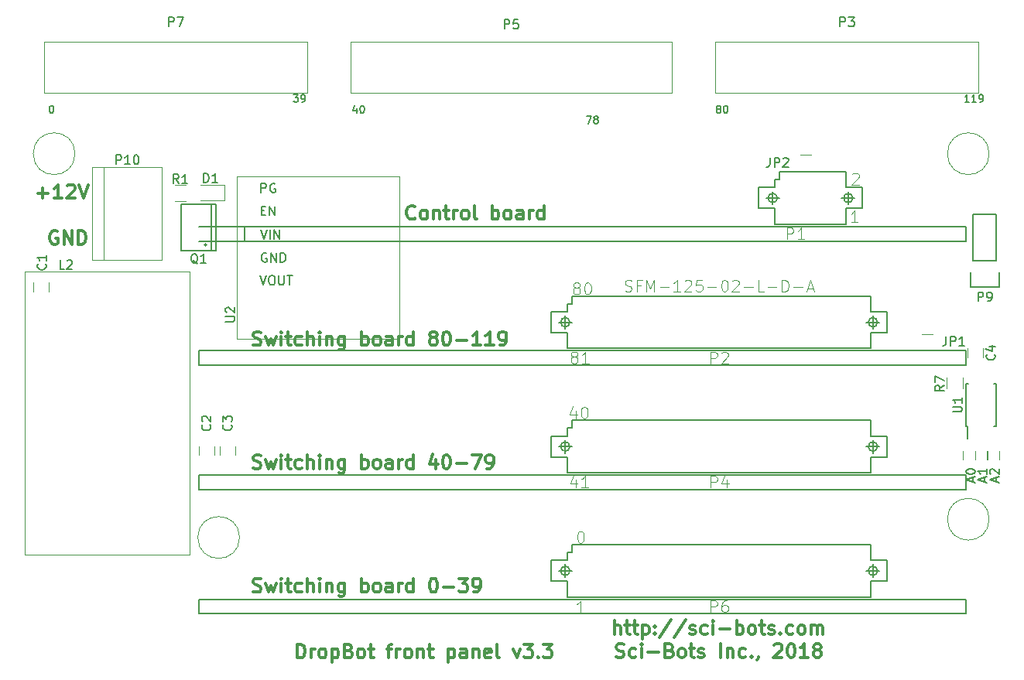
<source format=gto>
G04 #@! TF.GenerationSoftware,KiCad,Pcbnew,5.1.9+dfsg1-1~bpo10+1*
G04 #@! TF.CreationDate,2021-11-09T02:57:50+00:00*
G04 #@! TF.ProjectId,dropbot-front-panel,64726f70-626f-4742-9d66-726f6e742d70,3.3*
G04 #@! TF.SameCoordinates,Original*
G04 #@! TF.FileFunction,Legend,Top*
G04 #@! TF.FilePolarity,Positive*
%FSLAX46Y46*%
G04 Gerber Fmt 4.6, Leading zero omitted, Abs format (unit mm)*
G04 Created by KiCad (PCBNEW 5.1.9+dfsg1-1~bpo10+1) date 2021-11-09 02:57:50*
%MOMM*%
%LPD*%
G01*
G04 APERTURE LIST*
%ADD10C,0.150000*%
%ADD11C,0.300000*%
%ADD12C,0.200000*%
%ADD13C,0.100000*%
%ADD14C,0.120000*%
%ADD15C,0.127000*%
%ADD16C,0.099060*%
%ADD17C,0.101600*%
%ADD18C,0.203200*%
G04 APERTURE END LIST*
D10*
X108254880Y-39884404D02*
X108788214Y-39884404D01*
X108445357Y-40684404D01*
X109207261Y-40227261D02*
X109131071Y-40189166D01*
X109092976Y-40151071D01*
X109054880Y-40074880D01*
X109054880Y-40036785D01*
X109092976Y-39960595D01*
X109131071Y-39922500D01*
X109207261Y-39884404D01*
X109359642Y-39884404D01*
X109435833Y-39922500D01*
X109473928Y-39960595D01*
X109512023Y-40036785D01*
X109512023Y-40074880D01*
X109473928Y-40151071D01*
X109435833Y-40189166D01*
X109359642Y-40227261D01*
X109207261Y-40227261D01*
X109131071Y-40265357D01*
X109092976Y-40303452D01*
X109054880Y-40379642D01*
X109054880Y-40532023D01*
X109092976Y-40608214D01*
X109131071Y-40646309D01*
X109207261Y-40684404D01*
X109359642Y-40684404D01*
X109435833Y-40646309D01*
X109473928Y-40608214D01*
X109512023Y-40532023D01*
X109512023Y-40379642D01*
X109473928Y-40303452D01*
X109435833Y-40265357D01*
X109359642Y-40227261D01*
X150088666Y-38334904D02*
X149631523Y-38334904D01*
X149860095Y-38334904D02*
X149860095Y-37534904D01*
X149783904Y-37649190D01*
X149707714Y-37725380D01*
X149631523Y-37763476D01*
X150850571Y-38334904D02*
X150393428Y-38334904D01*
X150622000Y-38334904D02*
X150622000Y-37534904D01*
X150545809Y-37649190D01*
X150469619Y-37725380D01*
X150393428Y-37763476D01*
X151231523Y-38334904D02*
X151383904Y-38334904D01*
X151460095Y-38296809D01*
X151498190Y-38258714D01*
X151574380Y-38144428D01*
X151612476Y-37992047D01*
X151612476Y-37687285D01*
X151574380Y-37611095D01*
X151536285Y-37573000D01*
X151460095Y-37534904D01*
X151307714Y-37534904D01*
X151231523Y-37573000D01*
X151193428Y-37611095D01*
X151155333Y-37687285D01*
X151155333Y-37877761D01*
X151193428Y-37953952D01*
X151231523Y-37992047D01*
X151307714Y-38030142D01*
X151460095Y-38030142D01*
X151536285Y-37992047D01*
X151574380Y-37953952D01*
X151612476Y-37877761D01*
X76187380Y-37534904D02*
X76682619Y-37534904D01*
X76415952Y-37839666D01*
X76530238Y-37839666D01*
X76606428Y-37877761D01*
X76644523Y-37915857D01*
X76682619Y-37992047D01*
X76682619Y-38182523D01*
X76644523Y-38258714D01*
X76606428Y-38296809D01*
X76530238Y-38334904D01*
X76301666Y-38334904D01*
X76225476Y-38296809D01*
X76187380Y-38258714D01*
X77063571Y-38334904D02*
X77215952Y-38334904D01*
X77292142Y-38296809D01*
X77330238Y-38258714D01*
X77406428Y-38144428D01*
X77444523Y-37992047D01*
X77444523Y-37687285D01*
X77406428Y-37611095D01*
X77368333Y-37573000D01*
X77292142Y-37534904D01*
X77139761Y-37534904D01*
X77063571Y-37573000D01*
X77025476Y-37611095D01*
X76987380Y-37687285D01*
X76987380Y-37877761D01*
X77025476Y-37953952D01*
X77063571Y-37992047D01*
X77139761Y-38030142D01*
X77292142Y-38030142D01*
X77368333Y-37992047D01*
X77406428Y-37953952D01*
X77444523Y-37877761D01*
X122605857Y-39084261D02*
X122529666Y-39046166D01*
X122491571Y-39008071D01*
X122453476Y-38931880D01*
X122453476Y-38893785D01*
X122491571Y-38817595D01*
X122529666Y-38779500D01*
X122605857Y-38741404D01*
X122758238Y-38741404D01*
X122834428Y-38779500D01*
X122872523Y-38817595D01*
X122910619Y-38893785D01*
X122910619Y-38931880D01*
X122872523Y-39008071D01*
X122834428Y-39046166D01*
X122758238Y-39084261D01*
X122605857Y-39084261D01*
X122529666Y-39122357D01*
X122491571Y-39160452D01*
X122453476Y-39236642D01*
X122453476Y-39389023D01*
X122491571Y-39465214D01*
X122529666Y-39503309D01*
X122605857Y-39541404D01*
X122758238Y-39541404D01*
X122834428Y-39503309D01*
X122872523Y-39465214D01*
X122910619Y-39389023D01*
X122910619Y-39236642D01*
X122872523Y-39160452D01*
X122834428Y-39122357D01*
X122758238Y-39084261D01*
X123405857Y-38741404D02*
X123482047Y-38741404D01*
X123558238Y-38779500D01*
X123596333Y-38817595D01*
X123634428Y-38893785D01*
X123672523Y-39046166D01*
X123672523Y-39236642D01*
X123634428Y-39389023D01*
X123596333Y-39465214D01*
X123558238Y-39503309D01*
X123482047Y-39541404D01*
X123405857Y-39541404D01*
X123329666Y-39503309D01*
X123291571Y-39465214D01*
X123253476Y-39389023D01*
X123215380Y-39236642D01*
X123215380Y-39046166D01*
X123253476Y-38893785D01*
X123291571Y-38817595D01*
X123329666Y-38779500D01*
X123405857Y-38741404D01*
X83083428Y-39008071D02*
X83083428Y-39541404D01*
X82892952Y-38703309D02*
X82702476Y-39274738D01*
X83197714Y-39274738D01*
X83654857Y-38741404D02*
X83731047Y-38741404D01*
X83807238Y-38779500D01*
X83845333Y-38817595D01*
X83883428Y-38893785D01*
X83921523Y-39046166D01*
X83921523Y-39236642D01*
X83883428Y-39389023D01*
X83845333Y-39465214D01*
X83807238Y-39503309D01*
X83731047Y-39541404D01*
X83654857Y-39541404D01*
X83578666Y-39503309D01*
X83540571Y-39465214D01*
X83502476Y-39389023D01*
X83464380Y-39236642D01*
X83464380Y-39046166D01*
X83502476Y-38893785D01*
X83540571Y-38817595D01*
X83578666Y-38779500D01*
X83654857Y-38741404D01*
X49682404Y-38741404D02*
X49758595Y-38741404D01*
X49834785Y-38779500D01*
X49872880Y-38817595D01*
X49910976Y-38893785D01*
X49949071Y-39046166D01*
X49949071Y-39236642D01*
X49910976Y-39389023D01*
X49872880Y-39465214D01*
X49834785Y-39503309D01*
X49758595Y-39541404D01*
X49682404Y-39541404D01*
X49606214Y-39503309D01*
X49568119Y-39465214D01*
X49530023Y-39389023D01*
X49491928Y-39236642D01*
X49491928Y-39046166D01*
X49530023Y-38893785D01*
X49568119Y-38817595D01*
X49606214Y-38779500D01*
X49682404Y-38741404D01*
D11*
X50357142Y-52500000D02*
X50214285Y-52428571D01*
X50000000Y-52428571D01*
X49785714Y-52500000D01*
X49642857Y-52642857D01*
X49571428Y-52785714D01*
X49500000Y-53071428D01*
X49500000Y-53285714D01*
X49571428Y-53571428D01*
X49642857Y-53714285D01*
X49785714Y-53857142D01*
X50000000Y-53928571D01*
X50142857Y-53928571D01*
X50357142Y-53857142D01*
X50428571Y-53785714D01*
X50428571Y-53285714D01*
X50142857Y-53285714D01*
X51071428Y-53928571D02*
X51071428Y-52428571D01*
X51928571Y-53928571D01*
X51928571Y-52428571D01*
X52642857Y-53928571D02*
X52642857Y-52428571D01*
X53000000Y-52428571D01*
X53214285Y-52500000D01*
X53357142Y-52642857D01*
X53428571Y-52785714D01*
X53500000Y-53071428D01*
X53500000Y-53285714D01*
X53428571Y-53571428D01*
X53357142Y-53714285D01*
X53214285Y-53857142D01*
X53000000Y-53928571D01*
X52642857Y-53928571D01*
X48207142Y-48307142D02*
X49350000Y-48307142D01*
X48778571Y-48878571D02*
X48778571Y-47735714D01*
X50850000Y-48878571D02*
X49992857Y-48878571D01*
X50421428Y-48878571D02*
X50421428Y-47378571D01*
X50278571Y-47592857D01*
X50135714Y-47735714D01*
X49992857Y-47807142D01*
X51421428Y-47521428D02*
X51492857Y-47450000D01*
X51635714Y-47378571D01*
X51992857Y-47378571D01*
X52135714Y-47450000D01*
X52207142Y-47521428D01*
X52278571Y-47664285D01*
X52278571Y-47807142D01*
X52207142Y-48021428D01*
X51350000Y-48878571D01*
X52278571Y-48878571D01*
X52707142Y-47378571D02*
X53207142Y-48878571D01*
X53707142Y-47378571D01*
X111307142Y-96603571D02*
X111307142Y-95103571D01*
X111950000Y-96603571D02*
X111950000Y-95817857D01*
X111878571Y-95675000D01*
X111735714Y-95603571D01*
X111521428Y-95603571D01*
X111378571Y-95675000D01*
X111307142Y-95746428D01*
X112450000Y-95603571D02*
X113021428Y-95603571D01*
X112664285Y-95103571D02*
X112664285Y-96389285D01*
X112735714Y-96532142D01*
X112878571Y-96603571D01*
X113021428Y-96603571D01*
X113307142Y-95603571D02*
X113878571Y-95603571D01*
X113521428Y-95103571D02*
X113521428Y-96389285D01*
X113592857Y-96532142D01*
X113735714Y-96603571D01*
X113878571Y-96603571D01*
X114378571Y-95603571D02*
X114378571Y-97103571D01*
X114378571Y-95675000D02*
X114521428Y-95603571D01*
X114807142Y-95603571D01*
X114950000Y-95675000D01*
X115021428Y-95746428D01*
X115092857Y-95889285D01*
X115092857Y-96317857D01*
X115021428Y-96460714D01*
X114950000Y-96532142D01*
X114807142Y-96603571D01*
X114521428Y-96603571D01*
X114378571Y-96532142D01*
X115735714Y-96460714D02*
X115807142Y-96532142D01*
X115735714Y-96603571D01*
X115664285Y-96532142D01*
X115735714Y-96460714D01*
X115735714Y-96603571D01*
X115735714Y-95675000D02*
X115807142Y-95746428D01*
X115735714Y-95817857D01*
X115664285Y-95746428D01*
X115735714Y-95675000D01*
X115735714Y-95817857D01*
X117521428Y-95032142D02*
X116235714Y-96960714D01*
X119092857Y-95032142D02*
X117807142Y-96960714D01*
X119521428Y-96532142D02*
X119664285Y-96603571D01*
X119950000Y-96603571D01*
X120092857Y-96532142D01*
X120164285Y-96389285D01*
X120164285Y-96317857D01*
X120092857Y-96175000D01*
X119950000Y-96103571D01*
X119735714Y-96103571D01*
X119592857Y-96032142D01*
X119521428Y-95889285D01*
X119521428Y-95817857D01*
X119592857Y-95675000D01*
X119735714Y-95603571D01*
X119950000Y-95603571D01*
X120092857Y-95675000D01*
X121450000Y-96532142D02*
X121307142Y-96603571D01*
X121021428Y-96603571D01*
X120878571Y-96532142D01*
X120807142Y-96460714D01*
X120735714Y-96317857D01*
X120735714Y-95889285D01*
X120807142Y-95746428D01*
X120878571Y-95675000D01*
X121021428Y-95603571D01*
X121307142Y-95603571D01*
X121450000Y-95675000D01*
X122092857Y-96603571D02*
X122092857Y-95603571D01*
X122092857Y-95103571D02*
X122021428Y-95175000D01*
X122092857Y-95246428D01*
X122164285Y-95175000D01*
X122092857Y-95103571D01*
X122092857Y-95246428D01*
X122807142Y-96032142D02*
X123950000Y-96032142D01*
X124664285Y-96603571D02*
X124664285Y-95103571D01*
X124664285Y-95675000D02*
X124807142Y-95603571D01*
X125092857Y-95603571D01*
X125235714Y-95675000D01*
X125307142Y-95746428D01*
X125378571Y-95889285D01*
X125378571Y-96317857D01*
X125307142Y-96460714D01*
X125235714Y-96532142D01*
X125092857Y-96603571D01*
X124807142Y-96603571D01*
X124664285Y-96532142D01*
X126235714Y-96603571D02*
X126092857Y-96532142D01*
X126021428Y-96460714D01*
X125950000Y-96317857D01*
X125950000Y-95889285D01*
X126021428Y-95746428D01*
X126092857Y-95675000D01*
X126235714Y-95603571D01*
X126450000Y-95603571D01*
X126592857Y-95675000D01*
X126664285Y-95746428D01*
X126735714Y-95889285D01*
X126735714Y-96317857D01*
X126664285Y-96460714D01*
X126592857Y-96532142D01*
X126450000Y-96603571D01*
X126235714Y-96603571D01*
X127164285Y-95603571D02*
X127735714Y-95603571D01*
X127378571Y-95103571D02*
X127378571Y-96389285D01*
X127450000Y-96532142D01*
X127592857Y-96603571D01*
X127735714Y-96603571D01*
X128164285Y-96532142D02*
X128307142Y-96603571D01*
X128592857Y-96603571D01*
X128735714Y-96532142D01*
X128807142Y-96389285D01*
X128807142Y-96317857D01*
X128735714Y-96175000D01*
X128592857Y-96103571D01*
X128378571Y-96103571D01*
X128235714Y-96032142D01*
X128164285Y-95889285D01*
X128164285Y-95817857D01*
X128235714Y-95675000D01*
X128378571Y-95603571D01*
X128592857Y-95603571D01*
X128735714Y-95675000D01*
X129450000Y-96460714D02*
X129521428Y-96532142D01*
X129450000Y-96603571D01*
X129378571Y-96532142D01*
X129450000Y-96460714D01*
X129450000Y-96603571D01*
X130807142Y-96532142D02*
X130664285Y-96603571D01*
X130378571Y-96603571D01*
X130235714Y-96532142D01*
X130164285Y-96460714D01*
X130092857Y-96317857D01*
X130092857Y-95889285D01*
X130164285Y-95746428D01*
X130235714Y-95675000D01*
X130378571Y-95603571D01*
X130664285Y-95603571D01*
X130807142Y-95675000D01*
X131664285Y-96603571D02*
X131521428Y-96532142D01*
X131450000Y-96460714D01*
X131378571Y-96317857D01*
X131378571Y-95889285D01*
X131450000Y-95746428D01*
X131521428Y-95675000D01*
X131664285Y-95603571D01*
X131878571Y-95603571D01*
X132021428Y-95675000D01*
X132092857Y-95746428D01*
X132164285Y-95889285D01*
X132164285Y-96317857D01*
X132092857Y-96460714D01*
X132021428Y-96532142D01*
X131878571Y-96603571D01*
X131664285Y-96603571D01*
X132807142Y-96603571D02*
X132807142Y-95603571D01*
X132807142Y-95746428D02*
X132878571Y-95675000D01*
X133021428Y-95603571D01*
X133235714Y-95603571D01*
X133378571Y-95675000D01*
X133450000Y-95817857D01*
X133450000Y-96603571D01*
X133450000Y-95817857D02*
X133521428Y-95675000D01*
X133664285Y-95603571D01*
X133878571Y-95603571D01*
X134021428Y-95675000D01*
X134092857Y-95817857D01*
X134092857Y-96603571D01*
X111485714Y-99082142D02*
X111700000Y-99153571D01*
X112057142Y-99153571D01*
X112200000Y-99082142D01*
X112271428Y-99010714D01*
X112342857Y-98867857D01*
X112342857Y-98725000D01*
X112271428Y-98582142D01*
X112200000Y-98510714D01*
X112057142Y-98439285D01*
X111771428Y-98367857D01*
X111628571Y-98296428D01*
X111557142Y-98225000D01*
X111485714Y-98082142D01*
X111485714Y-97939285D01*
X111557142Y-97796428D01*
X111628571Y-97725000D01*
X111771428Y-97653571D01*
X112128571Y-97653571D01*
X112342857Y-97725000D01*
X113628571Y-99082142D02*
X113485714Y-99153571D01*
X113200000Y-99153571D01*
X113057142Y-99082142D01*
X112985714Y-99010714D01*
X112914285Y-98867857D01*
X112914285Y-98439285D01*
X112985714Y-98296428D01*
X113057142Y-98225000D01*
X113200000Y-98153571D01*
X113485714Y-98153571D01*
X113628571Y-98225000D01*
X114271428Y-99153571D02*
X114271428Y-98153571D01*
X114271428Y-97653571D02*
X114200000Y-97725000D01*
X114271428Y-97796428D01*
X114342857Y-97725000D01*
X114271428Y-97653571D01*
X114271428Y-97796428D01*
X114985714Y-98582142D02*
X116128571Y-98582142D01*
X117342857Y-98367857D02*
X117557142Y-98439285D01*
X117628571Y-98510714D01*
X117700000Y-98653571D01*
X117700000Y-98867857D01*
X117628571Y-99010714D01*
X117557142Y-99082142D01*
X117414285Y-99153571D01*
X116842857Y-99153571D01*
X116842857Y-97653571D01*
X117342857Y-97653571D01*
X117485714Y-97725000D01*
X117557142Y-97796428D01*
X117628571Y-97939285D01*
X117628571Y-98082142D01*
X117557142Y-98225000D01*
X117485714Y-98296428D01*
X117342857Y-98367857D01*
X116842857Y-98367857D01*
X118557142Y-99153571D02*
X118414285Y-99082142D01*
X118342857Y-99010714D01*
X118271428Y-98867857D01*
X118271428Y-98439285D01*
X118342857Y-98296428D01*
X118414285Y-98225000D01*
X118557142Y-98153571D01*
X118771428Y-98153571D01*
X118914285Y-98225000D01*
X118985714Y-98296428D01*
X119057142Y-98439285D01*
X119057142Y-98867857D01*
X118985714Y-99010714D01*
X118914285Y-99082142D01*
X118771428Y-99153571D01*
X118557142Y-99153571D01*
X119485714Y-98153571D02*
X120057142Y-98153571D01*
X119700000Y-97653571D02*
X119700000Y-98939285D01*
X119771428Y-99082142D01*
X119914285Y-99153571D01*
X120057142Y-99153571D01*
X120485714Y-99082142D02*
X120628571Y-99153571D01*
X120914285Y-99153571D01*
X121057142Y-99082142D01*
X121128571Y-98939285D01*
X121128571Y-98867857D01*
X121057142Y-98725000D01*
X120914285Y-98653571D01*
X120700000Y-98653571D01*
X120557142Y-98582142D01*
X120485714Y-98439285D01*
X120485714Y-98367857D01*
X120557142Y-98225000D01*
X120700000Y-98153571D01*
X120914285Y-98153571D01*
X121057142Y-98225000D01*
X122914285Y-99153571D02*
X122914285Y-97653571D01*
X123628571Y-98153571D02*
X123628571Y-99153571D01*
X123628571Y-98296428D02*
X123700000Y-98225000D01*
X123842857Y-98153571D01*
X124057142Y-98153571D01*
X124200000Y-98225000D01*
X124271428Y-98367857D01*
X124271428Y-99153571D01*
X125628571Y-99082142D02*
X125485714Y-99153571D01*
X125200000Y-99153571D01*
X125057142Y-99082142D01*
X124985714Y-99010714D01*
X124914285Y-98867857D01*
X124914285Y-98439285D01*
X124985714Y-98296428D01*
X125057142Y-98225000D01*
X125200000Y-98153571D01*
X125485714Y-98153571D01*
X125628571Y-98225000D01*
X126271428Y-99010714D02*
X126342857Y-99082142D01*
X126271428Y-99153571D01*
X126200000Y-99082142D01*
X126271428Y-99010714D01*
X126271428Y-99153571D01*
X127057142Y-99082142D02*
X127057142Y-99153571D01*
X126985714Y-99296428D01*
X126914285Y-99367857D01*
X128771428Y-97796428D02*
X128842857Y-97725000D01*
X128985714Y-97653571D01*
X129342857Y-97653571D01*
X129485714Y-97725000D01*
X129557142Y-97796428D01*
X129628571Y-97939285D01*
X129628571Y-98082142D01*
X129557142Y-98296428D01*
X128700000Y-99153571D01*
X129628571Y-99153571D01*
X130557142Y-97653571D02*
X130700000Y-97653571D01*
X130842857Y-97725000D01*
X130914285Y-97796428D01*
X130985714Y-97939285D01*
X131057142Y-98225000D01*
X131057142Y-98582142D01*
X130985714Y-98867857D01*
X130914285Y-99010714D01*
X130842857Y-99082142D01*
X130700000Y-99153571D01*
X130557142Y-99153571D01*
X130414285Y-99082142D01*
X130342857Y-99010714D01*
X130271428Y-98867857D01*
X130200000Y-98582142D01*
X130200000Y-98225000D01*
X130271428Y-97939285D01*
X130342857Y-97796428D01*
X130414285Y-97725000D01*
X130557142Y-97653571D01*
X132485714Y-99153571D02*
X131628571Y-99153571D01*
X132057142Y-99153571D02*
X132057142Y-97653571D01*
X131914285Y-97867857D01*
X131771428Y-98010714D01*
X131628571Y-98082142D01*
X133342857Y-98296428D02*
X133200000Y-98225000D01*
X133128571Y-98153571D01*
X133057142Y-98010714D01*
X133057142Y-97939285D01*
X133128571Y-97796428D01*
X133200000Y-97725000D01*
X133342857Y-97653571D01*
X133628571Y-97653571D01*
X133771428Y-97725000D01*
X133842857Y-97796428D01*
X133914285Y-97939285D01*
X133914285Y-98010714D01*
X133842857Y-98153571D01*
X133771428Y-98225000D01*
X133628571Y-98296428D01*
X133342857Y-98296428D01*
X133200000Y-98367857D01*
X133128571Y-98439285D01*
X133057142Y-98582142D01*
X133057142Y-98867857D01*
X133128571Y-99010714D01*
X133200000Y-99082142D01*
X133342857Y-99153571D01*
X133628571Y-99153571D01*
X133771428Y-99082142D01*
X133842857Y-99010714D01*
X133914285Y-98867857D01*
X133914285Y-98582142D01*
X133842857Y-98439285D01*
X133771428Y-98367857D01*
X133628571Y-98296428D01*
X71780714Y-91907642D02*
X71995000Y-91979071D01*
X72352142Y-91979071D01*
X72495000Y-91907642D01*
X72566428Y-91836214D01*
X72637857Y-91693357D01*
X72637857Y-91550500D01*
X72566428Y-91407642D01*
X72495000Y-91336214D01*
X72352142Y-91264785D01*
X72066428Y-91193357D01*
X71923571Y-91121928D01*
X71852142Y-91050500D01*
X71780714Y-90907642D01*
X71780714Y-90764785D01*
X71852142Y-90621928D01*
X71923571Y-90550500D01*
X72066428Y-90479071D01*
X72423571Y-90479071D01*
X72637857Y-90550500D01*
X73137857Y-90979071D02*
X73423571Y-91979071D01*
X73709285Y-91264785D01*
X73995000Y-91979071D01*
X74280714Y-90979071D01*
X74852142Y-91979071D02*
X74852142Y-90979071D01*
X74852142Y-90479071D02*
X74780714Y-90550500D01*
X74852142Y-90621928D01*
X74923571Y-90550500D01*
X74852142Y-90479071D01*
X74852142Y-90621928D01*
X75352142Y-90979071D02*
X75923571Y-90979071D01*
X75566428Y-90479071D02*
X75566428Y-91764785D01*
X75637857Y-91907642D01*
X75780714Y-91979071D01*
X75923571Y-91979071D01*
X77066428Y-91907642D02*
X76923571Y-91979071D01*
X76637857Y-91979071D01*
X76495000Y-91907642D01*
X76423571Y-91836214D01*
X76352142Y-91693357D01*
X76352142Y-91264785D01*
X76423571Y-91121928D01*
X76495000Y-91050500D01*
X76637857Y-90979071D01*
X76923571Y-90979071D01*
X77066428Y-91050500D01*
X77709285Y-91979071D02*
X77709285Y-90479071D01*
X78352142Y-91979071D02*
X78352142Y-91193357D01*
X78280714Y-91050500D01*
X78137857Y-90979071D01*
X77923571Y-90979071D01*
X77780714Y-91050500D01*
X77709285Y-91121928D01*
X79066428Y-91979071D02*
X79066428Y-90979071D01*
X79066428Y-90479071D02*
X78995000Y-90550500D01*
X79066428Y-90621928D01*
X79137857Y-90550500D01*
X79066428Y-90479071D01*
X79066428Y-90621928D01*
X79780714Y-90979071D02*
X79780714Y-91979071D01*
X79780714Y-91121928D02*
X79852142Y-91050500D01*
X79995000Y-90979071D01*
X80209285Y-90979071D01*
X80352142Y-91050500D01*
X80423571Y-91193357D01*
X80423571Y-91979071D01*
X81780714Y-90979071D02*
X81780714Y-92193357D01*
X81709285Y-92336214D01*
X81637857Y-92407642D01*
X81495000Y-92479071D01*
X81280714Y-92479071D01*
X81137857Y-92407642D01*
X81780714Y-91907642D02*
X81637857Y-91979071D01*
X81352142Y-91979071D01*
X81209285Y-91907642D01*
X81137857Y-91836214D01*
X81066428Y-91693357D01*
X81066428Y-91264785D01*
X81137857Y-91121928D01*
X81209285Y-91050500D01*
X81352142Y-90979071D01*
X81637857Y-90979071D01*
X81780714Y-91050500D01*
X83637857Y-91979071D02*
X83637857Y-90479071D01*
X83637857Y-91050500D02*
X83780714Y-90979071D01*
X84066428Y-90979071D01*
X84209285Y-91050500D01*
X84280714Y-91121928D01*
X84352142Y-91264785D01*
X84352142Y-91693357D01*
X84280714Y-91836214D01*
X84209285Y-91907642D01*
X84066428Y-91979071D01*
X83780714Y-91979071D01*
X83637857Y-91907642D01*
X85209285Y-91979071D02*
X85066428Y-91907642D01*
X84995000Y-91836214D01*
X84923571Y-91693357D01*
X84923571Y-91264785D01*
X84995000Y-91121928D01*
X85066428Y-91050500D01*
X85209285Y-90979071D01*
X85423571Y-90979071D01*
X85566428Y-91050500D01*
X85637857Y-91121928D01*
X85709285Y-91264785D01*
X85709285Y-91693357D01*
X85637857Y-91836214D01*
X85566428Y-91907642D01*
X85423571Y-91979071D01*
X85209285Y-91979071D01*
X86995000Y-91979071D02*
X86995000Y-91193357D01*
X86923571Y-91050500D01*
X86780714Y-90979071D01*
X86495000Y-90979071D01*
X86352142Y-91050500D01*
X86995000Y-91907642D02*
X86852142Y-91979071D01*
X86495000Y-91979071D01*
X86352142Y-91907642D01*
X86280714Y-91764785D01*
X86280714Y-91621928D01*
X86352142Y-91479071D01*
X86495000Y-91407642D01*
X86852142Y-91407642D01*
X86995000Y-91336214D01*
X87709285Y-91979071D02*
X87709285Y-90979071D01*
X87709285Y-91264785D02*
X87780714Y-91121928D01*
X87852142Y-91050500D01*
X87995000Y-90979071D01*
X88137857Y-90979071D01*
X89280714Y-91979071D02*
X89280714Y-90479071D01*
X89280714Y-91907642D02*
X89137857Y-91979071D01*
X88852142Y-91979071D01*
X88709285Y-91907642D01*
X88637857Y-91836214D01*
X88566428Y-91693357D01*
X88566428Y-91264785D01*
X88637857Y-91121928D01*
X88709285Y-91050500D01*
X88852142Y-90979071D01*
X89137857Y-90979071D01*
X89280714Y-91050500D01*
X91423571Y-90479071D02*
X91566428Y-90479071D01*
X91709285Y-90550500D01*
X91780714Y-90621928D01*
X91852142Y-90764785D01*
X91923571Y-91050500D01*
X91923571Y-91407642D01*
X91852142Y-91693357D01*
X91780714Y-91836214D01*
X91709285Y-91907642D01*
X91566428Y-91979071D01*
X91423571Y-91979071D01*
X91280714Y-91907642D01*
X91209285Y-91836214D01*
X91137857Y-91693357D01*
X91066428Y-91407642D01*
X91066428Y-91050500D01*
X91137857Y-90764785D01*
X91209285Y-90621928D01*
X91280714Y-90550500D01*
X91423571Y-90479071D01*
X92566428Y-91407642D02*
X93709285Y-91407642D01*
X94280714Y-90479071D02*
X95209285Y-90479071D01*
X94709285Y-91050500D01*
X94923571Y-91050500D01*
X95066428Y-91121928D01*
X95137857Y-91193357D01*
X95209285Y-91336214D01*
X95209285Y-91693357D01*
X95137857Y-91836214D01*
X95066428Y-91907642D01*
X94923571Y-91979071D01*
X94495000Y-91979071D01*
X94352142Y-91907642D01*
X94280714Y-91836214D01*
X95923571Y-91979071D02*
X96209285Y-91979071D01*
X96352142Y-91907642D01*
X96423571Y-91836214D01*
X96566428Y-91621928D01*
X96637857Y-91336214D01*
X96637857Y-90764785D01*
X96566428Y-90621928D01*
X96495000Y-90550500D01*
X96352142Y-90479071D01*
X96066428Y-90479071D01*
X95923571Y-90550500D01*
X95852142Y-90621928D01*
X95780714Y-90764785D01*
X95780714Y-91121928D01*
X95852142Y-91264785D01*
X95923571Y-91336214D01*
X96066428Y-91407642D01*
X96352142Y-91407642D01*
X96495000Y-91336214D01*
X96566428Y-91264785D01*
X96637857Y-91121928D01*
X71780714Y-78382142D02*
X71995000Y-78453571D01*
X72352142Y-78453571D01*
X72495000Y-78382142D01*
X72566428Y-78310714D01*
X72637857Y-78167857D01*
X72637857Y-78025000D01*
X72566428Y-77882142D01*
X72495000Y-77810714D01*
X72352142Y-77739285D01*
X72066428Y-77667857D01*
X71923571Y-77596428D01*
X71852142Y-77525000D01*
X71780714Y-77382142D01*
X71780714Y-77239285D01*
X71852142Y-77096428D01*
X71923571Y-77025000D01*
X72066428Y-76953571D01*
X72423571Y-76953571D01*
X72637857Y-77025000D01*
X73137857Y-77453571D02*
X73423571Y-78453571D01*
X73709285Y-77739285D01*
X73995000Y-78453571D01*
X74280714Y-77453571D01*
X74852142Y-78453571D02*
X74852142Y-77453571D01*
X74852142Y-76953571D02*
X74780714Y-77025000D01*
X74852142Y-77096428D01*
X74923571Y-77025000D01*
X74852142Y-76953571D01*
X74852142Y-77096428D01*
X75352142Y-77453571D02*
X75923571Y-77453571D01*
X75566428Y-76953571D02*
X75566428Y-78239285D01*
X75637857Y-78382142D01*
X75780714Y-78453571D01*
X75923571Y-78453571D01*
X77066428Y-78382142D02*
X76923571Y-78453571D01*
X76637857Y-78453571D01*
X76495000Y-78382142D01*
X76423571Y-78310714D01*
X76352142Y-78167857D01*
X76352142Y-77739285D01*
X76423571Y-77596428D01*
X76495000Y-77525000D01*
X76637857Y-77453571D01*
X76923571Y-77453571D01*
X77066428Y-77525000D01*
X77709285Y-78453571D02*
X77709285Y-76953571D01*
X78352142Y-78453571D02*
X78352142Y-77667857D01*
X78280714Y-77525000D01*
X78137857Y-77453571D01*
X77923571Y-77453571D01*
X77780714Y-77525000D01*
X77709285Y-77596428D01*
X79066428Y-78453571D02*
X79066428Y-77453571D01*
X79066428Y-76953571D02*
X78995000Y-77025000D01*
X79066428Y-77096428D01*
X79137857Y-77025000D01*
X79066428Y-76953571D01*
X79066428Y-77096428D01*
X79780714Y-77453571D02*
X79780714Y-78453571D01*
X79780714Y-77596428D02*
X79852142Y-77525000D01*
X79995000Y-77453571D01*
X80209285Y-77453571D01*
X80352142Y-77525000D01*
X80423571Y-77667857D01*
X80423571Y-78453571D01*
X81780714Y-77453571D02*
X81780714Y-78667857D01*
X81709285Y-78810714D01*
X81637857Y-78882142D01*
X81495000Y-78953571D01*
X81280714Y-78953571D01*
X81137857Y-78882142D01*
X81780714Y-78382142D02*
X81637857Y-78453571D01*
X81352142Y-78453571D01*
X81209285Y-78382142D01*
X81137857Y-78310714D01*
X81066428Y-78167857D01*
X81066428Y-77739285D01*
X81137857Y-77596428D01*
X81209285Y-77525000D01*
X81352142Y-77453571D01*
X81637857Y-77453571D01*
X81780714Y-77525000D01*
X83637857Y-78453571D02*
X83637857Y-76953571D01*
X83637857Y-77525000D02*
X83780714Y-77453571D01*
X84066428Y-77453571D01*
X84209285Y-77525000D01*
X84280714Y-77596428D01*
X84352142Y-77739285D01*
X84352142Y-78167857D01*
X84280714Y-78310714D01*
X84209285Y-78382142D01*
X84066428Y-78453571D01*
X83780714Y-78453571D01*
X83637857Y-78382142D01*
X85209285Y-78453571D02*
X85066428Y-78382142D01*
X84995000Y-78310714D01*
X84923571Y-78167857D01*
X84923571Y-77739285D01*
X84995000Y-77596428D01*
X85066428Y-77525000D01*
X85209285Y-77453571D01*
X85423571Y-77453571D01*
X85566428Y-77525000D01*
X85637857Y-77596428D01*
X85709285Y-77739285D01*
X85709285Y-78167857D01*
X85637857Y-78310714D01*
X85566428Y-78382142D01*
X85423571Y-78453571D01*
X85209285Y-78453571D01*
X86995000Y-78453571D02*
X86995000Y-77667857D01*
X86923571Y-77525000D01*
X86780714Y-77453571D01*
X86495000Y-77453571D01*
X86352142Y-77525000D01*
X86995000Y-78382142D02*
X86852142Y-78453571D01*
X86495000Y-78453571D01*
X86352142Y-78382142D01*
X86280714Y-78239285D01*
X86280714Y-78096428D01*
X86352142Y-77953571D01*
X86495000Y-77882142D01*
X86852142Y-77882142D01*
X86995000Y-77810714D01*
X87709285Y-78453571D02*
X87709285Y-77453571D01*
X87709285Y-77739285D02*
X87780714Y-77596428D01*
X87852142Y-77525000D01*
X87995000Y-77453571D01*
X88137857Y-77453571D01*
X89280714Y-78453571D02*
X89280714Y-76953571D01*
X89280714Y-78382142D02*
X89137857Y-78453571D01*
X88852142Y-78453571D01*
X88709285Y-78382142D01*
X88637857Y-78310714D01*
X88566428Y-78167857D01*
X88566428Y-77739285D01*
X88637857Y-77596428D01*
X88709285Y-77525000D01*
X88852142Y-77453571D01*
X89137857Y-77453571D01*
X89280714Y-77525000D01*
X91780714Y-77453571D02*
X91780714Y-78453571D01*
X91423571Y-76882142D02*
X91066428Y-77953571D01*
X91995000Y-77953571D01*
X92852142Y-76953571D02*
X92995000Y-76953571D01*
X93137857Y-77025000D01*
X93209285Y-77096428D01*
X93280714Y-77239285D01*
X93352142Y-77525000D01*
X93352142Y-77882142D01*
X93280714Y-78167857D01*
X93209285Y-78310714D01*
X93137857Y-78382142D01*
X92995000Y-78453571D01*
X92852142Y-78453571D01*
X92709285Y-78382142D01*
X92637857Y-78310714D01*
X92566428Y-78167857D01*
X92495000Y-77882142D01*
X92495000Y-77525000D01*
X92566428Y-77239285D01*
X92637857Y-77096428D01*
X92709285Y-77025000D01*
X92852142Y-76953571D01*
X93995000Y-77882142D02*
X95137857Y-77882142D01*
X95709285Y-76953571D02*
X96709285Y-76953571D01*
X96066428Y-78453571D01*
X97352142Y-78453571D02*
X97637857Y-78453571D01*
X97780714Y-78382142D01*
X97852142Y-78310714D01*
X97995000Y-78096428D01*
X98066428Y-77810714D01*
X98066428Y-77239285D01*
X97995000Y-77096428D01*
X97923571Y-77025000D01*
X97780714Y-76953571D01*
X97495000Y-76953571D01*
X97352142Y-77025000D01*
X97280714Y-77096428D01*
X97209285Y-77239285D01*
X97209285Y-77596428D01*
X97280714Y-77739285D01*
X97352142Y-77810714D01*
X97495000Y-77882142D01*
X97780714Y-77882142D01*
X97923571Y-77810714D01*
X97995000Y-77739285D01*
X98066428Y-77596428D01*
X71780714Y-64907142D02*
X71995000Y-64978571D01*
X72352142Y-64978571D01*
X72495000Y-64907142D01*
X72566428Y-64835714D01*
X72637857Y-64692857D01*
X72637857Y-64550000D01*
X72566428Y-64407142D01*
X72495000Y-64335714D01*
X72352142Y-64264285D01*
X72066428Y-64192857D01*
X71923571Y-64121428D01*
X71852142Y-64050000D01*
X71780714Y-63907142D01*
X71780714Y-63764285D01*
X71852142Y-63621428D01*
X71923571Y-63550000D01*
X72066428Y-63478571D01*
X72423571Y-63478571D01*
X72637857Y-63550000D01*
X73137857Y-63978571D02*
X73423571Y-64978571D01*
X73709285Y-64264285D01*
X73995000Y-64978571D01*
X74280714Y-63978571D01*
X74852142Y-64978571D02*
X74852142Y-63978571D01*
X74852142Y-63478571D02*
X74780714Y-63550000D01*
X74852142Y-63621428D01*
X74923571Y-63550000D01*
X74852142Y-63478571D01*
X74852142Y-63621428D01*
X75352142Y-63978571D02*
X75923571Y-63978571D01*
X75566428Y-63478571D02*
X75566428Y-64764285D01*
X75637857Y-64907142D01*
X75780714Y-64978571D01*
X75923571Y-64978571D01*
X77066428Y-64907142D02*
X76923571Y-64978571D01*
X76637857Y-64978571D01*
X76495000Y-64907142D01*
X76423571Y-64835714D01*
X76352142Y-64692857D01*
X76352142Y-64264285D01*
X76423571Y-64121428D01*
X76495000Y-64050000D01*
X76637857Y-63978571D01*
X76923571Y-63978571D01*
X77066428Y-64050000D01*
X77709285Y-64978571D02*
X77709285Y-63478571D01*
X78352142Y-64978571D02*
X78352142Y-64192857D01*
X78280714Y-64050000D01*
X78137857Y-63978571D01*
X77923571Y-63978571D01*
X77780714Y-64050000D01*
X77709285Y-64121428D01*
X79066428Y-64978571D02*
X79066428Y-63978571D01*
X79066428Y-63478571D02*
X78995000Y-63550000D01*
X79066428Y-63621428D01*
X79137857Y-63550000D01*
X79066428Y-63478571D01*
X79066428Y-63621428D01*
X79780714Y-63978571D02*
X79780714Y-64978571D01*
X79780714Y-64121428D02*
X79852142Y-64050000D01*
X79995000Y-63978571D01*
X80209285Y-63978571D01*
X80352142Y-64050000D01*
X80423571Y-64192857D01*
X80423571Y-64978571D01*
X81780714Y-63978571D02*
X81780714Y-65192857D01*
X81709285Y-65335714D01*
X81637857Y-65407142D01*
X81495000Y-65478571D01*
X81280714Y-65478571D01*
X81137857Y-65407142D01*
X81780714Y-64907142D02*
X81637857Y-64978571D01*
X81352142Y-64978571D01*
X81209285Y-64907142D01*
X81137857Y-64835714D01*
X81066428Y-64692857D01*
X81066428Y-64264285D01*
X81137857Y-64121428D01*
X81209285Y-64050000D01*
X81352142Y-63978571D01*
X81637857Y-63978571D01*
X81780714Y-64050000D01*
X83637857Y-64978571D02*
X83637857Y-63478571D01*
X83637857Y-64050000D02*
X83780714Y-63978571D01*
X84066428Y-63978571D01*
X84209285Y-64050000D01*
X84280714Y-64121428D01*
X84352142Y-64264285D01*
X84352142Y-64692857D01*
X84280714Y-64835714D01*
X84209285Y-64907142D01*
X84066428Y-64978571D01*
X83780714Y-64978571D01*
X83637857Y-64907142D01*
X85209285Y-64978571D02*
X85066428Y-64907142D01*
X84995000Y-64835714D01*
X84923571Y-64692857D01*
X84923571Y-64264285D01*
X84995000Y-64121428D01*
X85066428Y-64050000D01*
X85209285Y-63978571D01*
X85423571Y-63978571D01*
X85566428Y-64050000D01*
X85637857Y-64121428D01*
X85709285Y-64264285D01*
X85709285Y-64692857D01*
X85637857Y-64835714D01*
X85566428Y-64907142D01*
X85423571Y-64978571D01*
X85209285Y-64978571D01*
X86995000Y-64978571D02*
X86995000Y-64192857D01*
X86923571Y-64050000D01*
X86780714Y-63978571D01*
X86495000Y-63978571D01*
X86352142Y-64050000D01*
X86995000Y-64907142D02*
X86852142Y-64978571D01*
X86495000Y-64978571D01*
X86352142Y-64907142D01*
X86280714Y-64764285D01*
X86280714Y-64621428D01*
X86352142Y-64478571D01*
X86495000Y-64407142D01*
X86852142Y-64407142D01*
X86995000Y-64335714D01*
X87709285Y-64978571D02*
X87709285Y-63978571D01*
X87709285Y-64264285D02*
X87780714Y-64121428D01*
X87852142Y-64050000D01*
X87995000Y-63978571D01*
X88137857Y-63978571D01*
X89280714Y-64978571D02*
X89280714Y-63478571D01*
X89280714Y-64907142D02*
X89137857Y-64978571D01*
X88852142Y-64978571D01*
X88709285Y-64907142D01*
X88637857Y-64835714D01*
X88566428Y-64692857D01*
X88566428Y-64264285D01*
X88637857Y-64121428D01*
X88709285Y-64050000D01*
X88852142Y-63978571D01*
X89137857Y-63978571D01*
X89280714Y-64050000D01*
X91352142Y-64121428D02*
X91209285Y-64050000D01*
X91137857Y-63978571D01*
X91066428Y-63835714D01*
X91066428Y-63764285D01*
X91137857Y-63621428D01*
X91209285Y-63550000D01*
X91352142Y-63478571D01*
X91637857Y-63478571D01*
X91780714Y-63550000D01*
X91852142Y-63621428D01*
X91923571Y-63764285D01*
X91923571Y-63835714D01*
X91852142Y-63978571D01*
X91780714Y-64050000D01*
X91637857Y-64121428D01*
X91352142Y-64121428D01*
X91209285Y-64192857D01*
X91137857Y-64264285D01*
X91066428Y-64407142D01*
X91066428Y-64692857D01*
X91137857Y-64835714D01*
X91209285Y-64907142D01*
X91352142Y-64978571D01*
X91637857Y-64978571D01*
X91780714Y-64907142D01*
X91852142Y-64835714D01*
X91923571Y-64692857D01*
X91923571Y-64407142D01*
X91852142Y-64264285D01*
X91780714Y-64192857D01*
X91637857Y-64121428D01*
X92852142Y-63478571D02*
X92995000Y-63478571D01*
X93137857Y-63550000D01*
X93209285Y-63621428D01*
X93280714Y-63764285D01*
X93352142Y-64050000D01*
X93352142Y-64407142D01*
X93280714Y-64692857D01*
X93209285Y-64835714D01*
X93137857Y-64907142D01*
X92995000Y-64978571D01*
X92852142Y-64978571D01*
X92709285Y-64907142D01*
X92637857Y-64835714D01*
X92566428Y-64692857D01*
X92495000Y-64407142D01*
X92495000Y-64050000D01*
X92566428Y-63764285D01*
X92637857Y-63621428D01*
X92709285Y-63550000D01*
X92852142Y-63478571D01*
X93995000Y-64407142D02*
X95137857Y-64407142D01*
X96637857Y-64978571D02*
X95780714Y-64978571D01*
X96209285Y-64978571D02*
X96209285Y-63478571D01*
X96066428Y-63692857D01*
X95923571Y-63835714D01*
X95780714Y-63907142D01*
X98066428Y-64978571D02*
X97209285Y-64978571D01*
X97637857Y-64978571D02*
X97637857Y-63478571D01*
X97495000Y-63692857D01*
X97352142Y-63835714D01*
X97209285Y-63907142D01*
X98780714Y-64978571D02*
X99066428Y-64978571D01*
X99209285Y-64907142D01*
X99280714Y-64835714D01*
X99423571Y-64621428D01*
X99495000Y-64335714D01*
X99495000Y-63764285D01*
X99423571Y-63621428D01*
X99352142Y-63550000D01*
X99209285Y-63478571D01*
X98923571Y-63478571D01*
X98780714Y-63550000D01*
X98709285Y-63621428D01*
X98637857Y-63764285D01*
X98637857Y-64121428D01*
X98709285Y-64264285D01*
X98780714Y-64335714D01*
X98923571Y-64407142D01*
X99209285Y-64407142D01*
X99352142Y-64335714D01*
X99423571Y-64264285D01*
X99495000Y-64121428D01*
X89492857Y-51035714D02*
X89421428Y-51107142D01*
X89207142Y-51178571D01*
X89064285Y-51178571D01*
X88850000Y-51107142D01*
X88707142Y-50964285D01*
X88635714Y-50821428D01*
X88564285Y-50535714D01*
X88564285Y-50321428D01*
X88635714Y-50035714D01*
X88707142Y-49892857D01*
X88850000Y-49750000D01*
X89064285Y-49678571D01*
X89207142Y-49678571D01*
X89421428Y-49750000D01*
X89492857Y-49821428D01*
X90350000Y-51178571D02*
X90207142Y-51107142D01*
X90135714Y-51035714D01*
X90064285Y-50892857D01*
X90064285Y-50464285D01*
X90135714Y-50321428D01*
X90207142Y-50250000D01*
X90350000Y-50178571D01*
X90564285Y-50178571D01*
X90707142Y-50250000D01*
X90778571Y-50321428D01*
X90850000Y-50464285D01*
X90850000Y-50892857D01*
X90778571Y-51035714D01*
X90707142Y-51107142D01*
X90564285Y-51178571D01*
X90350000Y-51178571D01*
X91492857Y-50178571D02*
X91492857Y-51178571D01*
X91492857Y-50321428D02*
X91564285Y-50250000D01*
X91707142Y-50178571D01*
X91921428Y-50178571D01*
X92064285Y-50250000D01*
X92135714Y-50392857D01*
X92135714Y-51178571D01*
X92635714Y-50178571D02*
X93207142Y-50178571D01*
X92850000Y-49678571D02*
X92850000Y-50964285D01*
X92921428Y-51107142D01*
X93064285Y-51178571D01*
X93207142Y-51178571D01*
X93707142Y-51178571D02*
X93707142Y-50178571D01*
X93707142Y-50464285D02*
X93778571Y-50321428D01*
X93850000Y-50250000D01*
X93992857Y-50178571D01*
X94135714Y-50178571D01*
X94850000Y-51178571D02*
X94707142Y-51107142D01*
X94635714Y-51035714D01*
X94564285Y-50892857D01*
X94564285Y-50464285D01*
X94635714Y-50321428D01*
X94707142Y-50250000D01*
X94850000Y-50178571D01*
X95064285Y-50178571D01*
X95207142Y-50250000D01*
X95278571Y-50321428D01*
X95350000Y-50464285D01*
X95350000Y-50892857D01*
X95278571Y-51035714D01*
X95207142Y-51107142D01*
X95064285Y-51178571D01*
X94850000Y-51178571D01*
X96207142Y-51178571D02*
X96064285Y-51107142D01*
X95992857Y-50964285D01*
X95992857Y-49678571D01*
X97921428Y-51178571D02*
X97921428Y-49678571D01*
X97921428Y-50250000D02*
X98064285Y-50178571D01*
X98350000Y-50178571D01*
X98492857Y-50250000D01*
X98564285Y-50321428D01*
X98635714Y-50464285D01*
X98635714Y-50892857D01*
X98564285Y-51035714D01*
X98492857Y-51107142D01*
X98350000Y-51178571D01*
X98064285Y-51178571D01*
X97921428Y-51107142D01*
X99492857Y-51178571D02*
X99350000Y-51107142D01*
X99278571Y-51035714D01*
X99207142Y-50892857D01*
X99207142Y-50464285D01*
X99278571Y-50321428D01*
X99350000Y-50250000D01*
X99492857Y-50178571D01*
X99707142Y-50178571D01*
X99850000Y-50250000D01*
X99921428Y-50321428D01*
X99992857Y-50464285D01*
X99992857Y-50892857D01*
X99921428Y-51035714D01*
X99850000Y-51107142D01*
X99707142Y-51178571D01*
X99492857Y-51178571D01*
X101278571Y-51178571D02*
X101278571Y-50392857D01*
X101207142Y-50250000D01*
X101064285Y-50178571D01*
X100778571Y-50178571D01*
X100635714Y-50250000D01*
X101278571Y-51107142D02*
X101135714Y-51178571D01*
X100778571Y-51178571D01*
X100635714Y-51107142D01*
X100564285Y-50964285D01*
X100564285Y-50821428D01*
X100635714Y-50678571D01*
X100778571Y-50607142D01*
X101135714Y-50607142D01*
X101278571Y-50535714D01*
X101992857Y-51178571D02*
X101992857Y-50178571D01*
X101992857Y-50464285D02*
X102064285Y-50321428D01*
X102135714Y-50250000D01*
X102278571Y-50178571D01*
X102421428Y-50178571D01*
X103564285Y-51178571D02*
X103564285Y-49678571D01*
X103564285Y-51107142D02*
X103421428Y-51178571D01*
X103135714Y-51178571D01*
X102992857Y-51107142D01*
X102921428Y-51035714D01*
X102850000Y-50892857D01*
X102850000Y-50464285D01*
X102921428Y-50321428D01*
X102992857Y-50250000D01*
X103135714Y-50178571D01*
X103421428Y-50178571D01*
X103564285Y-50250000D01*
D12*
X65837000Y-65561000D02*
X65837000Y-67161000D01*
X65837000Y-80761000D02*
X65837000Y-79161000D01*
X65837000Y-94361000D02*
X65837000Y-92761000D01*
X149738400Y-94361000D02*
X149738400Y-92761000D01*
X149738400Y-80761000D02*
X149738400Y-79161000D01*
X149738400Y-67161000D02*
X149738400Y-65561000D01*
X65838400Y-65561000D02*
X149738400Y-65561000D01*
X65838400Y-94361000D02*
X149738400Y-94361000D01*
X65838400Y-92761000D02*
X149738400Y-92761000D01*
X65838400Y-80761000D02*
X149738400Y-80761000D01*
X65838400Y-79161000D02*
X149738400Y-79161000D01*
X65838400Y-67161000D02*
X149738400Y-67161000D01*
X149738400Y-53561000D02*
X149738400Y-51961000D01*
X65838400Y-53561000D02*
X149738400Y-53561000D01*
X70838400Y-53561000D02*
X70838400Y-51961000D01*
X149738400Y-51961000D02*
X65838400Y-51961000D01*
D11*
X76607142Y-99178571D02*
X76607142Y-97678571D01*
X76964285Y-97678571D01*
X77178571Y-97750000D01*
X77321428Y-97892857D01*
X77392857Y-98035714D01*
X77464285Y-98321428D01*
X77464285Y-98535714D01*
X77392857Y-98821428D01*
X77321428Y-98964285D01*
X77178571Y-99107142D01*
X76964285Y-99178571D01*
X76607142Y-99178571D01*
X78107142Y-99178571D02*
X78107142Y-98178571D01*
X78107142Y-98464285D02*
X78178571Y-98321428D01*
X78250000Y-98250000D01*
X78392857Y-98178571D01*
X78535714Y-98178571D01*
X79250000Y-99178571D02*
X79107142Y-99107142D01*
X79035714Y-99035714D01*
X78964285Y-98892857D01*
X78964285Y-98464285D01*
X79035714Y-98321428D01*
X79107142Y-98250000D01*
X79250000Y-98178571D01*
X79464285Y-98178571D01*
X79607142Y-98250000D01*
X79678571Y-98321428D01*
X79750000Y-98464285D01*
X79750000Y-98892857D01*
X79678571Y-99035714D01*
X79607142Y-99107142D01*
X79464285Y-99178571D01*
X79250000Y-99178571D01*
X80392857Y-98178571D02*
X80392857Y-99678571D01*
X80392857Y-98250000D02*
X80535714Y-98178571D01*
X80821428Y-98178571D01*
X80964285Y-98250000D01*
X81035714Y-98321428D01*
X81107142Y-98464285D01*
X81107142Y-98892857D01*
X81035714Y-99035714D01*
X80964285Y-99107142D01*
X80821428Y-99178571D01*
X80535714Y-99178571D01*
X80392857Y-99107142D01*
X82250000Y-98392857D02*
X82464285Y-98464285D01*
X82535714Y-98535714D01*
X82607142Y-98678571D01*
X82607142Y-98892857D01*
X82535714Y-99035714D01*
X82464285Y-99107142D01*
X82321428Y-99178571D01*
X81750000Y-99178571D01*
X81750000Y-97678571D01*
X82250000Y-97678571D01*
X82392857Y-97750000D01*
X82464285Y-97821428D01*
X82535714Y-97964285D01*
X82535714Y-98107142D01*
X82464285Y-98250000D01*
X82392857Y-98321428D01*
X82250000Y-98392857D01*
X81750000Y-98392857D01*
X83464285Y-99178571D02*
X83321428Y-99107142D01*
X83250000Y-99035714D01*
X83178571Y-98892857D01*
X83178571Y-98464285D01*
X83250000Y-98321428D01*
X83321428Y-98250000D01*
X83464285Y-98178571D01*
X83678571Y-98178571D01*
X83821428Y-98250000D01*
X83892857Y-98321428D01*
X83964285Y-98464285D01*
X83964285Y-98892857D01*
X83892857Y-99035714D01*
X83821428Y-99107142D01*
X83678571Y-99178571D01*
X83464285Y-99178571D01*
X84392857Y-98178571D02*
X84964285Y-98178571D01*
X84607142Y-97678571D02*
X84607142Y-98964285D01*
X84678571Y-99107142D01*
X84821428Y-99178571D01*
X84964285Y-99178571D01*
X86392857Y-98178571D02*
X86964285Y-98178571D01*
X86607142Y-99178571D02*
X86607142Y-97892857D01*
X86678571Y-97750000D01*
X86821428Y-97678571D01*
X86964285Y-97678571D01*
X87464285Y-99178571D02*
X87464285Y-98178571D01*
X87464285Y-98464285D02*
X87535714Y-98321428D01*
X87607142Y-98250000D01*
X87750000Y-98178571D01*
X87892857Y-98178571D01*
X88607142Y-99178571D02*
X88464285Y-99107142D01*
X88392857Y-99035714D01*
X88321428Y-98892857D01*
X88321428Y-98464285D01*
X88392857Y-98321428D01*
X88464285Y-98250000D01*
X88607142Y-98178571D01*
X88821428Y-98178571D01*
X88964285Y-98250000D01*
X89035714Y-98321428D01*
X89107142Y-98464285D01*
X89107142Y-98892857D01*
X89035714Y-99035714D01*
X88964285Y-99107142D01*
X88821428Y-99178571D01*
X88607142Y-99178571D01*
X89750000Y-98178571D02*
X89750000Y-99178571D01*
X89750000Y-98321428D02*
X89821428Y-98250000D01*
X89964285Y-98178571D01*
X90178571Y-98178571D01*
X90321428Y-98250000D01*
X90392857Y-98392857D01*
X90392857Y-99178571D01*
X90892857Y-98178571D02*
X91464285Y-98178571D01*
X91107142Y-97678571D02*
X91107142Y-98964285D01*
X91178571Y-99107142D01*
X91321428Y-99178571D01*
X91464285Y-99178571D01*
X93107142Y-98178571D02*
X93107142Y-99678571D01*
X93107142Y-98250000D02*
X93250000Y-98178571D01*
X93535714Y-98178571D01*
X93678571Y-98250000D01*
X93750000Y-98321428D01*
X93821428Y-98464285D01*
X93821428Y-98892857D01*
X93750000Y-99035714D01*
X93678571Y-99107142D01*
X93535714Y-99178571D01*
X93250000Y-99178571D01*
X93107142Y-99107142D01*
X95107142Y-99178571D02*
X95107142Y-98392857D01*
X95035714Y-98250000D01*
X94892857Y-98178571D01*
X94607142Y-98178571D01*
X94464285Y-98250000D01*
X95107142Y-99107142D02*
X94964285Y-99178571D01*
X94607142Y-99178571D01*
X94464285Y-99107142D01*
X94392857Y-98964285D01*
X94392857Y-98821428D01*
X94464285Y-98678571D01*
X94607142Y-98607142D01*
X94964285Y-98607142D01*
X95107142Y-98535714D01*
X95821428Y-98178571D02*
X95821428Y-99178571D01*
X95821428Y-98321428D02*
X95892857Y-98250000D01*
X96035714Y-98178571D01*
X96250000Y-98178571D01*
X96392857Y-98250000D01*
X96464285Y-98392857D01*
X96464285Y-99178571D01*
X97750000Y-99107142D02*
X97607142Y-99178571D01*
X97321428Y-99178571D01*
X97178571Y-99107142D01*
X97107142Y-98964285D01*
X97107142Y-98392857D01*
X97178571Y-98250000D01*
X97321428Y-98178571D01*
X97607142Y-98178571D01*
X97750000Y-98250000D01*
X97821428Y-98392857D01*
X97821428Y-98535714D01*
X97107142Y-98678571D01*
X98678571Y-99178571D02*
X98535714Y-99107142D01*
X98464285Y-98964285D01*
X98464285Y-97678571D01*
X100250000Y-98178571D02*
X100607142Y-99178571D01*
X100964285Y-98178571D01*
X101392857Y-97678571D02*
X102321428Y-97678571D01*
X101821428Y-98250000D01*
X102035714Y-98250000D01*
X102178571Y-98321428D01*
X102250000Y-98392857D01*
X102321428Y-98535714D01*
X102321428Y-98892857D01*
X102250000Y-99035714D01*
X102178571Y-99107142D01*
X102035714Y-99178571D01*
X101607142Y-99178571D01*
X101464285Y-99107142D01*
X101392857Y-99035714D01*
X102964285Y-99035714D02*
X103035714Y-99107142D01*
X102964285Y-99178571D01*
X102892857Y-99107142D01*
X102964285Y-99035714D01*
X102964285Y-99178571D01*
X103535714Y-97678571D02*
X104464285Y-97678571D01*
X103964285Y-98250000D01*
X104178571Y-98250000D01*
X104321428Y-98321428D01*
X104392857Y-98392857D01*
X104464285Y-98535714D01*
X104464285Y-98892857D01*
X104392857Y-99035714D01*
X104321428Y-99107142D01*
X104178571Y-99178571D01*
X103750000Y-99178571D01*
X103607142Y-99107142D01*
X103535714Y-99035714D01*
D13*
X46800000Y-56900000D02*
X64800000Y-56900000D01*
X46800000Y-87900000D02*
X46800000Y-56900000D01*
X46800000Y-87900000D02*
X64800000Y-87900000D01*
X64800000Y-87900000D02*
X64800000Y-56900000D01*
D10*
X153350000Y-58550000D02*
X150250000Y-58550000D01*
X153350000Y-57000000D02*
X153350000Y-58550000D01*
X150530000Y-55730000D02*
X153070000Y-55730000D01*
X150250000Y-58550000D02*
X150250000Y-57000000D01*
X150530000Y-50650000D02*
X150530000Y-55730000D01*
X153070000Y-50650000D02*
X150530000Y-50650000D01*
X153070000Y-55730000D02*
X153070000Y-50650000D01*
D14*
X54190000Y-45460000D02*
X54190000Y-55620000D01*
X61810000Y-45460000D02*
X54190000Y-45460000D01*
X61810000Y-55620000D02*
X61810000Y-45460000D01*
X54190000Y-55620000D02*
X61810000Y-55620000D01*
X55460000Y-55620000D02*
X55460000Y-45460000D01*
D10*
X67705000Y-49560000D02*
X63895000Y-49560000D01*
X67705000Y-54640000D02*
X63895000Y-54640000D01*
X67705000Y-54640000D02*
X67705000Y-49560000D01*
X63895000Y-54640000D02*
X63895000Y-49560000D01*
X67197000Y-54640000D02*
X67197000Y-49560000D01*
X66689000Y-54005000D02*
G75*
G03*
X66689000Y-54005000I-127000J0D01*
G01*
D14*
X144900000Y-63720000D02*
X146100000Y-63720000D01*
X146100000Y-65480000D02*
X144900000Y-65480000D01*
X132800000Y-45880000D02*
X131600000Y-45880000D01*
X131600000Y-44120000D02*
X132800000Y-44120000D01*
X49450000Y-59100000D02*
X49450000Y-58100000D01*
X47750000Y-58100000D02*
X47750000Y-59100000D01*
X65850000Y-76000000D02*
X65850000Y-77000000D01*
X67550000Y-77000000D02*
X67550000Y-76000000D01*
X68150000Y-76000000D02*
X68150000Y-77000000D01*
X69850000Y-77000000D02*
X69850000Y-76000000D01*
D13*
X87800000Y-46500000D02*
X70000000Y-46500000D01*
X70000000Y-46500000D02*
X70000000Y-64300000D01*
X87800000Y-46500000D02*
X87800000Y-64300000D01*
X87800000Y-64300000D02*
X70000000Y-64300000D01*
D14*
X52286000Y-44000000D02*
G75*
G03*
X52286000Y-44000000I-2286000J0D01*
G01*
X152286000Y-44000000D02*
G75*
G03*
X152286000Y-44000000I-2286000J0D01*
G01*
X152286000Y-84000000D02*
G75*
G03*
X152286000Y-84000000I-2286000J0D01*
G01*
X70286000Y-86000000D02*
G75*
G03*
X70286000Y-86000000I-2286000J0D01*
G01*
D15*
X139565900Y-76760200D02*
X139565900Y-75337800D01*
X138854700Y-76049000D02*
X140277100Y-76049000D01*
X140068794Y-76049000D02*
G75*
G03*
X140068794Y-76049000I-502894J0D01*
G01*
X139311900Y-78906500D02*
X106164900Y-78906500D01*
X139311900Y-77192000D02*
X139311900Y-78906500D01*
X141087360Y-77192000D02*
X139311900Y-77192000D01*
X141087360Y-74906000D02*
X141087360Y-77192000D01*
X139311900Y-74906000D02*
X141087360Y-74906000D01*
X139311900Y-73191500D02*
X139311900Y-74906000D01*
X106672900Y-73191500D02*
X139311900Y-73191500D01*
X104389440Y-74906000D02*
X106164900Y-74906000D01*
X106164900Y-74906000D02*
X106164900Y-74017000D01*
X106164900Y-74017000D02*
X106672900Y-74017000D01*
X106672900Y-74017000D02*
X106672900Y-73191500D01*
X106164900Y-78906500D02*
X106164900Y-77192000D01*
X106164900Y-77192000D02*
X104389440Y-77192000D01*
X104389440Y-77192000D02*
X104389440Y-74906000D01*
X106413794Y-76049000D02*
G75*
G03*
X106413794Y-76049000I-502894J0D01*
G01*
X105199700Y-76049000D02*
X106622100Y-76049000D01*
X105910900Y-76760200D02*
X105910900Y-75337800D01*
X139565900Y-90360200D02*
X139565900Y-88937800D01*
X138854700Y-89649000D02*
X140277100Y-89649000D01*
X140068794Y-89649000D02*
G75*
G03*
X140068794Y-89649000I-502894J0D01*
G01*
X139311900Y-92506500D02*
X106164900Y-92506500D01*
X139311900Y-90792000D02*
X139311900Y-92506500D01*
X141087360Y-90792000D02*
X139311900Y-90792000D01*
X141087360Y-88506000D02*
X141087360Y-90792000D01*
X139311900Y-88506000D02*
X141087360Y-88506000D01*
X139311900Y-86791500D02*
X139311900Y-88506000D01*
X106672900Y-86791500D02*
X139311900Y-86791500D01*
X104389440Y-88506000D02*
X106164900Y-88506000D01*
X106164900Y-88506000D02*
X106164900Y-87617000D01*
X106164900Y-87617000D02*
X106672900Y-87617000D01*
X106672900Y-87617000D02*
X106672900Y-86791500D01*
X106164900Y-92506500D02*
X106164900Y-90792000D01*
X106164900Y-90792000D02*
X104389440Y-90792000D01*
X104389440Y-90792000D02*
X104389440Y-88506000D01*
X106413794Y-89649000D02*
G75*
G03*
X106413794Y-89649000I-502894J0D01*
G01*
X105199700Y-89649000D02*
X106622100Y-89649000D01*
X105910900Y-90360200D02*
X105910900Y-88937800D01*
D14*
X68600000Y-49150000D02*
X66050000Y-49150000D01*
X68600000Y-47450000D02*
X66050000Y-47450000D01*
X68600000Y-49150000D02*
X68600000Y-47450000D01*
X64400000Y-49180000D02*
X63200000Y-49180000D01*
X63200000Y-47420000D02*
X64400000Y-47420000D01*
X149380000Y-68500000D02*
X149380000Y-69700000D01*
X147620000Y-69700000D02*
X147620000Y-68500000D01*
D10*
X149875000Y-73825000D02*
X149875000Y-75175000D01*
X153025000Y-73825000D02*
X153025000Y-69175000D01*
X149775000Y-73825000D02*
X149775000Y-69175000D01*
X153025000Y-73825000D02*
X152825000Y-73825000D01*
X153025000Y-69175000D02*
X152825000Y-69175000D01*
X149775000Y-69175000D02*
X149975000Y-69175000D01*
X149775000Y-73825000D02*
X149875000Y-73825000D01*
D14*
X149420000Y-77500000D02*
X149420000Y-76500000D01*
X150780000Y-76500000D02*
X150780000Y-77500000D01*
X150720000Y-77500000D02*
X150720000Y-76500000D01*
X152080000Y-76500000D02*
X152080000Y-77500000D01*
X152020000Y-77500000D02*
X152020000Y-76500000D01*
X153380000Y-76500000D02*
X153380000Y-77500000D01*
D15*
X136865900Y-49560700D02*
X136865900Y-48138300D01*
X136154700Y-48849500D02*
X137577100Y-48849500D01*
X137368794Y-48849500D02*
G75*
G03*
X137368794Y-48849500I-502894J0D01*
G01*
X136611900Y-51707000D02*
X128864900Y-51707000D01*
X136611900Y-49992500D02*
X136611900Y-51707000D01*
X138387360Y-49992500D02*
X136611900Y-49992500D01*
X138387360Y-47706500D02*
X138387360Y-49992500D01*
X136611900Y-47706500D02*
X138387360Y-47706500D01*
X136611900Y-45992000D02*
X136611900Y-47706500D01*
X129372900Y-45992000D02*
X136611900Y-45992000D01*
X127089440Y-47706500D02*
X128864900Y-47706500D01*
X128864900Y-47706500D02*
X128864900Y-46817500D01*
X128864900Y-46817500D02*
X129372900Y-46817500D01*
X129372900Y-46817500D02*
X129372900Y-45992000D01*
X128864900Y-51707000D02*
X128864900Y-49992500D01*
X128864900Y-49992500D02*
X127089440Y-49992500D01*
X127089440Y-49992500D02*
X127089440Y-47706500D01*
X129113794Y-48849500D02*
G75*
G03*
X129113794Y-48849500I-502894J0D01*
G01*
X127899700Y-48849500D02*
X129322100Y-48849500D01*
X128610900Y-49560700D02*
X128610900Y-48138300D01*
D14*
X151650000Y-66300000D02*
X151650000Y-65300000D01*
X149950000Y-65300000D02*
X149950000Y-66300000D01*
D15*
X139565900Y-63160200D02*
X139565900Y-61737800D01*
X138854700Y-62449000D02*
X140277100Y-62449000D01*
X140068794Y-62449000D02*
G75*
G03*
X140068794Y-62449000I-502894J0D01*
G01*
X139311900Y-65306500D02*
X106164900Y-65306500D01*
X139311900Y-63592000D02*
X139311900Y-65306500D01*
X141087360Y-63592000D02*
X139311900Y-63592000D01*
X141087360Y-61306000D02*
X141087360Y-63592000D01*
X139311900Y-61306000D02*
X141087360Y-61306000D01*
X139311900Y-59591500D02*
X139311900Y-61306000D01*
X106672900Y-59591500D02*
X139311900Y-59591500D01*
X104389440Y-61306000D02*
X106164900Y-61306000D01*
X106164900Y-61306000D02*
X106164900Y-60417000D01*
X106164900Y-60417000D02*
X106672900Y-60417000D01*
X106672900Y-60417000D02*
X106672900Y-59591500D01*
X106164900Y-65306500D02*
X106164900Y-63592000D01*
X106164900Y-63592000D02*
X104389440Y-63592000D01*
X104389440Y-63592000D02*
X104389440Y-61306000D01*
X106413794Y-62449000D02*
G75*
G03*
X106413794Y-62449000I-502894J0D01*
G01*
X105199700Y-62449000D02*
X106622100Y-62449000D01*
X105910900Y-63160200D02*
X105910900Y-61737800D01*
D16*
X151127660Y-37351800D02*
X122329140Y-37351800D01*
X122329140Y-31763800D02*
X122329140Y-37351800D01*
X151127660Y-31763800D02*
X151127660Y-37351800D01*
X151127660Y-31763800D02*
X122329140Y-31763800D01*
X117574260Y-37351800D02*
X82425740Y-37351800D01*
X82425740Y-31763800D02*
X82425740Y-37351800D01*
X117574260Y-31763800D02*
X117574260Y-37351800D01*
X117574260Y-31763800D02*
X82425740Y-31763800D01*
X77670860Y-37351800D02*
X48872340Y-37351800D01*
X48872340Y-31763800D02*
X48872340Y-37351800D01*
X77670860Y-31763800D02*
X77670860Y-37351800D01*
X77670860Y-31763800D02*
X48872340Y-31763800D01*
D10*
X51133333Y-56652380D02*
X50657142Y-56652380D01*
X50657142Y-55652380D01*
X51419047Y-55747619D02*
X51466666Y-55700000D01*
X51561904Y-55652380D01*
X51800000Y-55652380D01*
X51895238Y-55700000D01*
X51942857Y-55747619D01*
X51990476Y-55842857D01*
X51990476Y-55938095D01*
X51942857Y-56080952D01*
X51371428Y-56652380D01*
X51990476Y-56652380D01*
X151061904Y-60152380D02*
X151061904Y-59152380D01*
X151442857Y-59152380D01*
X151538095Y-59200000D01*
X151585714Y-59247619D01*
X151633333Y-59342857D01*
X151633333Y-59485714D01*
X151585714Y-59580952D01*
X151538095Y-59628571D01*
X151442857Y-59676190D01*
X151061904Y-59676190D01*
X152109523Y-60152380D02*
X152300000Y-60152380D01*
X152395238Y-60104761D01*
X152442857Y-60057142D01*
X152538095Y-59914285D01*
X152585714Y-59723809D01*
X152585714Y-59342857D01*
X152538095Y-59247619D01*
X152490476Y-59200000D01*
X152395238Y-59152380D01*
X152204761Y-59152380D01*
X152109523Y-59200000D01*
X152061904Y-59247619D01*
X152014285Y-59342857D01*
X152014285Y-59580952D01*
X152061904Y-59676190D01*
X152109523Y-59723809D01*
X152204761Y-59771428D01*
X152395238Y-59771428D01*
X152490476Y-59723809D01*
X152538095Y-59676190D01*
X152585714Y-59580952D01*
X56785714Y-45152380D02*
X56785714Y-44152380D01*
X57166666Y-44152380D01*
X57261904Y-44200000D01*
X57309523Y-44247619D01*
X57357142Y-44342857D01*
X57357142Y-44485714D01*
X57309523Y-44580952D01*
X57261904Y-44628571D01*
X57166666Y-44676190D01*
X56785714Y-44676190D01*
X58309523Y-45152380D02*
X57738095Y-45152380D01*
X58023809Y-45152380D02*
X58023809Y-44152380D01*
X57928571Y-44295238D01*
X57833333Y-44390476D01*
X57738095Y-44438095D01*
X58928571Y-44152380D02*
X59023809Y-44152380D01*
X59119047Y-44200000D01*
X59166666Y-44247619D01*
X59214285Y-44342857D01*
X59261904Y-44533333D01*
X59261904Y-44771428D01*
X59214285Y-44961904D01*
X59166666Y-45057142D01*
X59119047Y-45104761D01*
X59023809Y-45152380D01*
X58928571Y-45152380D01*
X58833333Y-45104761D01*
X58785714Y-45057142D01*
X58738095Y-44961904D01*
X58690476Y-44771428D01*
X58690476Y-44533333D01*
X58738095Y-44342857D01*
X58785714Y-44247619D01*
X58833333Y-44200000D01*
X58928571Y-44152380D01*
X65704761Y-56047619D02*
X65609523Y-56000000D01*
X65514285Y-55904761D01*
X65371428Y-55761904D01*
X65276190Y-55714285D01*
X65180952Y-55714285D01*
X65228571Y-55952380D02*
X65133333Y-55904761D01*
X65038095Y-55809523D01*
X64990476Y-55619047D01*
X64990476Y-55285714D01*
X65038095Y-55095238D01*
X65133333Y-55000000D01*
X65228571Y-54952380D01*
X65419047Y-54952380D01*
X65514285Y-55000000D01*
X65609523Y-55095238D01*
X65657142Y-55285714D01*
X65657142Y-55619047D01*
X65609523Y-55809523D01*
X65514285Y-55904761D01*
X65419047Y-55952380D01*
X65228571Y-55952380D01*
X66609523Y-55952380D02*
X66038095Y-55952380D01*
X66323809Y-55952380D02*
X66323809Y-54952380D01*
X66228571Y-55095238D01*
X66133333Y-55190476D01*
X66038095Y-55238095D01*
X147566666Y-64002380D02*
X147566666Y-64716666D01*
X147519047Y-64859523D01*
X147423809Y-64954761D01*
X147280952Y-65002380D01*
X147185714Y-65002380D01*
X148042857Y-65002380D02*
X148042857Y-64002380D01*
X148423809Y-64002380D01*
X148519047Y-64050000D01*
X148566666Y-64097619D01*
X148614285Y-64192857D01*
X148614285Y-64335714D01*
X148566666Y-64430952D01*
X148519047Y-64478571D01*
X148423809Y-64526190D01*
X148042857Y-64526190D01*
X149566666Y-65002380D02*
X148995238Y-65002380D01*
X149280952Y-65002380D02*
X149280952Y-64002380D01*
X149185714Y-64145238D01*
X149090476Y-64240476D01*
X148995238Y-64288095D01*
X128316666Y-44452380D02*
X128316666Y-45166666D01*
X128269047Y-45309523D01*
X128173809Y-45404761D01*
X128030952Y-45452380D01*
X127935714Y-45452380D01*
X128792857Y-45452380D02*
X128792857Y-44452380D01*
X129173809Y-44452380D01*
X129269047Y-44500000D01*
X129316666Y-44547619D01*
X129364285Y-44642857D01*
X129364285Y-44785714D01*
X129316666Y-44880952D01*
X129269047Y-44928571D01*
X129173809Y-44976190D01*
X128792857Y-44976190D01*
X129745238Y-44547619D02*
X129792857Y-44500000D01*
X129888095Y-44452380D01*
X130126190Y-44452380D01*
X130221428Y-44500000D01*
X130269047Y-44547619D01*
X130316666Y-44642857D01*
X130316666Y-44738095D01*
X130269047Y-44880952D01*
X129697619Y-45452380D01*
X130316666Y-45452380D01*
X49057142Y-56066666D02*
X49104761Y-56114285D01*
X49152380Y-56257142D01*
X49152380Y-56352380D01*
X49104761Y-56495238D01*
X49009523Y-56590476D01*
X48914285Y-56638095D01*
X48723809Y-56685714D01*
X48580952Y-56685714D01*
X48390476Y-56638095D01*
X48295238Y-56590476D01*
X48200000Y-56495238D01*
X48152380Y-56352380D01*
X48152380Y-56257142D01*
X48200000Y-56114285D01*
X48247619Y-56066666D01*
X49152380Y-55114285D02*
X49152380Y-55685714D01*
X49152380Y-55400000D02*
X48152380Y-55400000D01*
X48295238Y-55495238D01*
X48390476Y-55590476D01*
X48438095Y-55685714D01*
X67057142Y-73666666D02*
X67104761Y-73714285D01*
X67152380Y-73857142D01*
X67152380Y-73952380D01*
X67104761Y-74095238D01*
X67009523Y-74190476D01*
X66914285Y-74238095D01*
X66723809Y-74285714D01*
X66580952Y-74285714D01*
X66390476Y-74238095D01*
X66295238Y-74190476D01*
X66200000Y-74095238D01*
X66152380Y-73952380D01*
X66152380Y-73857142D01*
X66200000Y-73714285D01*
X66247619Y-73666666D01*
X66247619Y-73285714D02*
X66200000Y-73238095D01*
X66152380Y-73142857D01*
X66152380Y-72904761D01*
X66200000Y-72809523D01*
X66247619Y-72761904D01*
X66342857Y-72714285D01*
X66438095Y-72714285D01*
X66580952Y-72761904D01*
X67152380Y-73333333D01*
X67152380Y-72714285D01*
X69357142Y-73666666D02*
X69404761Y-73714285D01*
X69452380Y-73857142D01*
X69452380Y-73952380D01*
X69404761Y-74095238D01*
X69309523Y-74190476D01*
X69214285Y-74238095D01*
X69023809Y-74285714D01*
X68880952Y-74285714D01*
X68690476Y-74238095D01*
X68595238Y-74190476D01*
X68500000Y-74095238D01*
X68452380Y-73952380D01*
X68452380Y-73857142D01*
X68500000Y-73714285D01*
X68547619Y-73666666D01*
X68452380Y-73333333D02*
X68452380Y-72714285D01*
X68833333Y-73047619D01*
X68833333Y-72904761D01*
X68880952Y-72809523D01*
X68928571Y-72761904D01*
X69023809Y-72714285D01*
X69261904Y-72714285D01*
X69357142Y-72761904D01*
X69404761Y-72809523D01*
X69452380Y-72904761D01*
X69452380Y-73190476D01*
X69404761Y-73285714D01*
X69357142Y-73333333D01*
X68752380Y-62361904D02*
X69561904Y-62361904D01*
X69657142Y-62314285D01*
X69704761Y-62266666D01*
X69752380Y-62171428D01*
X69752380Y-61980952D01*
X69704761Y-61885714D01*
X69657142Y-61838095D01*
X69561904Y-61790476D01*
X68752380Y-61790476D01*
X68847619Y-61361904D02*
X68800000Y-61314285D01*
X68752380Y-61219047D01*
X68752380Y-60980952D01*
X68800000Y-60885714D01*
X68847619Y-60838095D01*
X68942857Y-60790476D01*
X69038095Y-60790476D01*
X69180952Y-60838095D01*
X69752380Y-61409523D01*
X69752380Y-60790476D01*
X72538095Y-57352380D02*
X72871428Y-58352380D01*
X73204761Y-57352380D01*
X73728571Y-57352380D02*
X73919047Y-57352380D01*
X74014285Y-57400000D01*
X74109523Y-57495238D01*
X74157142Y-57685714D01*
X74157142Y-58019047D01*
X74109523Y-58209523D01*
X74014285Y-58304761D01*
X73919047Y-58352380D01*
X73728571Y-58352380D01*
X73633333Y-58304761D01*
X73538095Y-58209523D01*
X73490476Y-58019047D01*
X73490476Y-57685714D01*
X73538095Y-57495238D01*
X73633333Y-57400000D01*
X73728571Y-57352380D01*
X74585714Y-57352380D02*
X74585714Y-58161904D01*
X74633333Y-58257142D01*
X74680952Y-58304761D01*
X74776190Y-58352380D01*
X74966666Y-58352380D01*
X75061904Y-58304761D01*
X75109523Y-58257142D01*
X75157142Y-58161904D01*
X75157142Y-57352380D01*
X75490476Y-57352380D02*
X76061904Y-57352380D01*
X75776190Y-58352380D02*
X75776190Y-57352380D01*
X72604761Y-52352380D02*
X72938095Y-53352380D01*
X73271428Y-52352380D01*
X73604761Y-53352380D02*
X73604761Y-52352380D01*
X74080952Y-53352380D02*
X74080952Y-52352380D01*
X74652380Y-53352380D01*
X74652380Y-52352380D01*
X73238095Y-54900000D02*
X73142857Y-54852380D01*
X73000000Y-54852380D01*
X72857142Y-54900000D01*
X72761904Y-54995238D01*
X72714285Y-55090476D01*
X72666666Y-55280952D01*
X72666666Y-55423809D01*
X72714285Y-55614285D01*
X72761904Y-55709523D01*
X72857142Y-55804761D01*
X73000000Y-55852380D01*
X73095238Y-55852380D01*
X73238095Y-55804761D01*
X73285714Y-55757142D01*
X73285714Y-55423809D01*
X73095238Y-55423809D01*
X73714285Y-55852380D02*
X73714285Y-54852380D01*
X74285714Y-55852380D01*
X74285714Y-54852380D01*
X74761904Y-55852380D02*
X74761904Y-54852380D01*
X75000000Y-54852380D01*
X75142857Y-54900000D01*
X75238095Y-54995238D01*
X75285714Y-55090476D01*
X75333333Y-55280952D01*
X75333333Y-55423809D01*
X75285714Y-55614285D01*
X75238095Y-55709523D01*
X75142857Y-55804761D01*
X75000000Y-55852380D01*
X74761904Y-55852380D01*
X72661904Y-50228571D02*
X72995238Y-50228571D01*
X73138095Y-50752380D02*
X72661904Y-50752380D01*
X72661904Y-49752380D01*
X73138095Y-49752380D01*
X73566666Y-50752380D02*
X73566666Y-49752380D01*
X74138095Y-50752380D01*
X74138095Y-49752380D01*
X72638095Y-48252380D02*
X72638095Y-47252380D01*
X73019047Y-47252380D01*
X73114285Y-47300000D01*
X73161904Y-47347619D01*
X73209523Y-47442857D01*
X73209523Y-47585714D01*
X73161904Y-47680952D01*
X73114285Y-47728571D01*
X73019047Y-47776190D01*
X72638095Y-47776190D01*
X74161904Y-47300000D02*
X74066666Y-47252380D01*
X73923809Y-47252380D01*
X73780952Y-47300000D01*
X73685714Y-47395238D01*
X73638095Y-47490476D01*
X73590476Y-47680952D01*
X73590476Y-47823809D01*
X73638095Y-48014285D01*
X73685714Y-48109523D01*
X73780952Y-48204761D01*
X73923809Y-48252380D01*
X74019047Y-48252380D01*
X74161904Y-48204761D01*
X74209523Y-48157142D01*
X74209523Y-47823809D01*
X74019047Y-47823809D01*
D17*
X121801019Y-80560523D02*
X121801019Y-79290523D01*
X122284828Y-79290523D01*
X122405780Y-79351000D01*
X122466257Y-79411476D01*
X122526733Y-79532428D01*
X122526733Y-79713857D01*
X122466257Y-79834809D01*
X122405780Y-79895285D01*
X122284828Y-79955761D01*
X121801019Y-79955761D01*
X123615304Y-79713857D02*
X123615304Y-80560523D01*
X123312923Y-79230047D02*
X123010542Y-80137190D01*
X123796733Y-80137190D01*
X107087142Y-79677857D02*
X107087142Y-80524523D01*
X106784761Y-79194047D02*
X106482380Y-80101190D01*
X107268571Y-80101190D01*
X108417619Y-80524523D02*
X107691904Y-80524523D01*
X108054761Y-80524523D02*
X108054761Y-79254523D01*
X107933809Y-79435952D01*
X107812857Y-79556904D01*
X107691904Y-79617380D01*
X107037142Y-72127857D02*
X107037142Y-72974523D01*
X106734761Y-71644047D02*
X106432380Y-72551190D01*
X107218571Y-72551190D01*
X107944285Y-71704523D02*
X108065238Y-71704523D01*
X108186190Y-71765000D01*
X108246666Y-71825476D01*
X108307142Y-71946428D01*
X108367619Y-72188333D01*
X108367619Y-72490714D01*
X108307142Y-72732619D01*
X108246666Y-72853571D01*
X108186190Y-72914047D01*
X108065238Y-72974523D01*
X107944285Y-72974523D01*
X107823333Y-72914047D01*
X107762857Y-72853571D01*
X107702380Y-72732619D01*
X107641904Y-72490714D01*
X107641904Y-72188333D01*
X107702380Y-71946428D01*
X107762857Y-71825476D01*
X107823333Y-71765000D01*
X107944285Y-71704523D01*
X121801019Y-94160523D02*
X121801019Y-92890523D01*
X122284828Y-92890523D01*
X122405780Y-92951000D01*
X122466257Y-93011476D01*
X122526733Y-93132428D01*
X122526733Y-93313857D01*
X122466257Y-93434809D01*
X122405780Y-93495285D01*
X122284828Y-93555761D01*
X121801019Y-93555761D01*
X123615304Y-92890523D02*
X123373400Y-92890523D01*
X123252447Y-92951000D01*
X123191971Y-93011476D01*
X123071019Y-93192904D01*
X123010542Y-93434809D01*
X123010542Y-93918619D01*
X123071019Y-94039571D01*
X123131495Y-94100047D01*
X123252447Y-94160523D01*
X123494352Y-94160523D01*
X123615304Y-94100047D01*
X123675780Y-94039571D01*
X123736257Y-93918619D01*
X123736257Y-93616238D01*
X123675780Y-93495285D01*
X123615304Y-93434809D01*
X123494352Y-93374333D01*
X123252447Y-93374333D01*
X123131495Y-93434809D01*
X123071019Y-93495285D01*
X123010542Y-93616238D01*
X107912857Y-94224523D02*
X107187142Y-94224523D01*
X107550000Y-94224523D02*
X107550000Y-92954523D01*
X107429047Y-93135952D01*
X107308095Y-93256904D01*
X107187142Y-93317380D01*
X107539523Y-85304523D02*
X107660476Y-85304523D01*
X107781428Y-85365000D01*
X107841904Y-85425476D01*
X107902380Y-85546428D01*
X107962857Y-85788333D01*
X107962857Y-86090714D01*
X107902380Y-86332619D01*
X107841904Y-86453571D01*
X107781428Y-86514047D01*
X107660476Y-86574523D01*
X107539523Y-86574523D01*
X107418571Y-86514047D01*
X107358095Y-86453571D01*
X107297619Y-86332619D01*
X107237142Y-86090714D01*
X107237142Y-85788333D01*
X107297619Y-85546428D01*
X107358095Y-85425476D01*
X107418571Y-85365000D01*
X107539523Y-85304523D01*
D10*
X66361904Y-47152380D02*
X66361904Y-46152380D01*
X66600000Y-46152380D01*
X66742857Y-46200000D01*
X66838095Y-46295238D01*
X66885714Y-46390476D01*
X66933333Y-46580952D01*
X66933333Y-46723809D01*
X66885714Y-46914285D01*
X66838095Y-47009523D01*
X66742857Y-47104761D01*
X66600000Y-47152380D01*
X66361904Y-47152380D01*
X67885714Y-47152380D02*
X67314285Y-47152380D01*
X67600000Y-47152380D02*
X67600000Y-46152380D01*
X67504761Y-46295238D01*
X67409523Y-46390476D01*
X67314285Y-46438095D01*
X63633333Y-47252380D02*
X63300000Y-46776190D01*
X63061904Y-47252380D02*
X63061904Y-46252380D01*
X63442857Y-46252380D01*
X63538095Y-46300000D01*
X63585714Y-46347619D01*
X63633333Y-46442857D01*
X63633333Y-46585714D01*
X63585714Y-46680952D01*
X63538095Y-46728571D01*
X63442857Y-46776190D01*
X63061904Y-46776190D01*
X64585714Y-47252380D02*
X64014285Y-47252380D01*
X64300000Y-47252380D02*
X64300000Y-46252380D01*
X64204761Y-46395238D01*
X64109523Y-46490476D01*
X64014285Y-46538095D01*
X147352380Y-69366666D02*
X146876190Y-69700000D01*
X147352380Y-69938095D02*
X146352380Y-69938095D01*
X146352380Y-69557142D01*
X146400000Y-69461904D01*
X146447619Y-69414285D01*
X146542857Y-69366666D01*
X146685714Y-69366666D01*
X146780952Y-69414285D01*
X146828571Y-69461904D01*
X146876190Y-69557142D01*
X146876190Y-69938095D01*
X146352380Y-69033333D02*
X146352380Y-68366666D01*
X147352380Y-68795238D01*
X148302380Y-72261904D02*
X149111904Y-72261904D01*
X149207142Y-72214285D01*
X149254761Y-72166666D01*
X149302380Y-72071428D01*
X149302380Y-71880952D01*
X149254761Y-71785714D01*
X149207142Y-71738095D01*
X149111904Y-71690476D01*
X148302380Y-71690476D01*
X149302380Y-70690476D02*
X149302380Y-71261904D01*
X149302380Y-70976190D02*
X148302380Y-70976190D01*
X148445238Y-71071428D01*
X148540476Y-71166666D01*
X148588095Y-71261904D01*
X150466666Y-79914285D02*
X150466666Y-79438095D01*
X150752380Y-80009523D02*
X149752380Y-79676190D01*
X150752380Y-79342857D01*
X149752380Y-78819047D02*
X149752380Y-78723809D01*
X149800000Y-78628571D01*
X149847619Y-78580952D01*
X149942857Y-78533333D01*
X150133333Y-78485714D01*
X150371428Y-78485714D01*
X150561904Y-78533333D01*
X150657142Y-78580952D01*
X150704761Y-78628571D01*
X150752380Y-78723809D01*
X150752380Y-78819047D01*
X150704761Y-78914285D01*
X150657142Y-78961904D01*
X150561904Y-79009523D01*
X150371428Y-79057142D01*
X150133333Y-79057142D01*
X149942857Y-79009523D01*
X149847619Y-78961904D01*
X149800000Y-78914285D01*
X149752380Y-78819047D01*
X151766666Y-79914285D02*
X151766666Y-79438095D01*
X152052380Y-80009523D02*
X151052380Y-79676190D01*
X152052380Y-79342857D01*
X152052380Y-78485714D02*
X152052380Y-79057142D01*
X152052380Y-78771428D02*
X151052380Y-78771428D01*
X151195238Y-78866666D01*
X151290476Y-78961904D01*
X151338095Y-79057142D01*
X153066666Y-79914285D02*
X153066666Y-79438095D01*
X153352380Y-80009523D02*
X152352380Y-79676190D01*
X153352380Y-79342857D01*
X152447619Y-79057142D02*
X152400000Y-79009523D01*
X152352380Y-78914285D01*
X152352380Y-78676190D01*
X152400000Y-78580952D01*
X152447619Y-78533333D01*
X152542857Y-78485714D01*
X152638095Y-78485714D01*
X152780952Y-78533333D01*
X153352380Y-79104761D01*
X153352380Y-78485714D01*
D17*
X130150019Y-53361023D02*
X130150019Y-52091023D01*
X130633828Y-52091023D01*
X130754780Y-52151500D01*
X130815257Y-52211976D01*
X130875733Y-52332928D01*
X130875733Y-52514357D01*
X130815257Y-52635309D01*
X130754780Y-52695785D01*
X130633828Y-52756261D01*
X130150019Y-52756261D01*
X132085257Y-53361023D02*
X131359542Y-53361023D01*
X131722400Y-53361023D02*
X131722400Y-52091023D01*
X131601447Y-52272452D01*
X131480495Y-52393404D01*
X131359542Y-52453880D01*
X137903857Y-51501523D02*
X137178142Y-51501523D01*
X137541000Y-51501523D02*
X137541000Y-50231523D01*
X137420047Y-50412952D01*
X137299095Y-50533904D01*
X137178142Y-50594380D01*
X137305142Y-46224976D02*
X137365619Y-46164500D01*
X137486571Y-46104023D01*
X137788952Y-46104023D01*
X137909904Y-46164500D01*
X137970380Y-46224976D01*
X138030857Y-46345928D01*
X138030857Y-46466880D01*
X137970380Y-46648309D01*
X137244666Y-47374023D01*
X138030857Y-47374023D01*
D10*
X152857142Y-65966666D02*
X152904761Y-66014285D01*
X152952380Y-66157142D01*
X152952380Y-66252380D01*
X152904761Y-66395238D01*
X152809523Y-66490476D01*
X152714285Y-66538095D01*
X152523809Y-66585714D01*
X152380952Y-66585714D01*
X152190476Y-66538095D01*
X152095238Y-66490476D01*
X152000000Y-66395238D01*
X151952380Y-66252380D01*
X151952380Y-66157142D01*
X152000000Y-66014285D01*
X152047619Y-65966666D01*
X152285714Y-65109523D02*
X152952380Y-65109523D01*
X151904761Y-65347619D02*
X152619047Y-65585714D01*
X152619047Y-64966666D01*
D17*
X121801019Y-66960523D02*
X121801019Y-65690523D01*
X122284828Y-65690523D01*
X122405780Y-65751000D01*
X122466257Y-65811476D01*
X122526733Y-65932428D01*
X122526733Y-66113857D01*
X122466257Y-66234809D01*
X122405780Y-66295285D01*
X122284828Y-66355761D01*
X121801019Y-66355761D01*
X123010542Y-65811476D02*
X123071019Y-65751000D01*
X123191971Y-65690523D01*
X123494352Y-65690523D01*
X123615304Y-65751000D01*
X123675780Y-65811476D01*
X123736257Y-65932428D01*
X123736257Y-66053380D01*
X123675780Y-66234809D01*
X122950066Y-66960523D01*
X123736257Y-66960523D01*
X112457447Y-59026047D02*
X112638876Y-59086523D01*
X112941257Y-59086523D01*
X113062209Y-59026047D01*
X113122685Y-58965571D01*
X113183161Y-58844619D01*
X113183161Y-58723666D01*
X113122685Y-58602714D01*
X113062209Y-58542238D01*
X112941257Y-58481761D01*
X112699352Y-58421285D01*
X112578400Y-58360809D01*
X112517923Y-58300333D01*
X112457447Y-58179380D01*
X112457447Y-58058428D01*
X112517923Y-57937476D01*
X112578400Y-57877000D01*
X112699352Y-57816523D01*
X113001733Y-57816523D01*
X113183161Y-57877000D01*
X114150780Y-58421285D02*
X113727447Y-58421285D01*
X113727447Y-59086523D02*
X113727447Y-57816523D01*
X114332209Y-57816523D01*
X114816019Y-59086523D02*
X114816019Y-57816523D01*
X115239352Y-58723666D01*
X115662685Y-57816523D01*
X115662685Y-59086523D01*
X116267447Y-58602714D02*
X117235066Y-58602714D01*
X118505066Y-59086523D02*
X117779352Y-59086523D01*
X118142209Y-59086523D02*
X118142209Y-57816523D01*
X118021257Y-57997952D01*
X117900304Y-58118904D01*
X117779352Y-58179380D01*
X118988876Y-57937476D02*
X119049352Y-57877000D01*
X119170304Y-57816523D01*
X119472685Y-57816523D01*
X119593638Y-57877000D01*
X119654114Y-57937476D01*
X119714590Y-58058428D01*
X119714590Y-58179380D01*
X119654114Y-58360809D01*
X118928400Y-59086523D01*
X119714590Y-59086523D01*
X120863638Y-57816523D02*
X120258876Y-57816523D01*
X120198400Y-58421285D01*
X120258876Y-58360809D01*
X120379828Y-58300333D01*
X120682209Y-58300333D01*
X120803161Y-58360809D01*
X120863638Y-58421285D01*
X120924114Y-58542238D01*
X120924114Y-58844619D01*
X120863638Y-58965571D01*
X120803161Y-59026047D01*
X120682209Y-59086523D01*
X120379828Y-59086523D01*
X120258876Y-59026047D01*
X120198400Y-58965571D01*
X121468400Y-58602714D02*
X122436019Y-58602714D01*
X123282685Y-57816523D02*
X123403638Y-57816523D01*
X123524590Y-57877000D01*
X123585066Y-57937476D01*
X123645542Y-58058428D01*
X123706019Y-58300333D01*
X123706019Y-58602714D01*
X123645542Y-58844619D01*
X123585066Y-58965571D01*
X123524590Y-59026047D01*
X123403638Y-59086523D01*
X123282685Y-59086523D01*
X123161733Y-59026047D01*
X123101257Y-58965571D01*
X123040780Y-58844619D01*
X122980304Y-58602714D01*
X122980304Y-58300333D01*
X123040780Y-58058428D01*
X123101257Y-57937476D01*
X123161733Y-57877000D01*
X123282685Y-57816523D01*
X124189828Y-57937476D02*
X124250304Y-57877000D01*
X124371257Y-57816523D01*
X124673638Y-57816523D01*
X124794590Y-57877000D01*
X124855066Y-57937476D01*
X124915542Y-58058428D01*
X124915542Y-58179380D01*
X124855066Y-58360809D01*
X124129352Y-59086523D01*
X124915542Y-59086523D01*
X125459828Y-58602714D02*
X126427447Y-58602714D01*
X127636971Y-59086523D02*
X127032209Y-59086523D01*
X127032209Y-57816523D01*
X128060304Y-58602714D02*
X129027923Y-58602714D01*
X129632685Y-59086523D02*
X129632685Y-57816523D01*
X129935066Y-57816523D01*
X130116495Y-57877000D01*
X130237447Y-57997952D01*
X130297923Y-58118904D01*
X130358400Y-58360809D01*
X130358400Y-58542238D01*
X130297923Y-58784142D01*
X130237447Y-58905095D01*
X130116495Y-59026047D01*
X129935066Y-59086523D01*
X129632685Y-59086523D01*
X130902685Y-58602714D02*
X131870304Y-58602714D01*
X132414590Y-58723666D02*
X133019352Y-58723666D01*
X132293638Y-59086523D02*
X132716971Y-57816523D01*
X133140304Y-59086523D01*
X106779785Y-66206309D02*
X106658833Y-66145833D01*
X106598357Y-66085357D01*
X106537880Y-65964404D01*
X106537880Y-65903928D01*
X106598357Y-65782976D01*
X106658833Y-65722500D01*
X106779785Y-65662023D01*
X107021690Y-65662023D01*
X107142642Y-65722500D01*
X107203119Y-65782976D01*
X107263595Y-65903928D01*
X107263595Y-65964404D01*
X107203119Y-66085357D01*
X107142642Y-66145833D01*
X107021690Y-66206309D01*
X106779785Y-66206309D01*
X106658833Y-66266785D01*
X106598357Y-66327261D01*
X106537880Y-66448214D01*
X106537880Y-66690119D01*
X106598357Y-66811071D01*
X106658833Y-66871547D01*
X106779785Y-66932023D01*
X107021690Y-66932023D01*
X107142642Y-66871547D01*
X107203119Y-66811071D01*
X107263595Y-66690119D01*
X107263595Y-66448214D01*
X107203119Y-66327261D01*
X107142642Y-66266785D01*
X107021690Y-66206309D01*
X108473119Y-66932023D02*
X107747404Y-66932023D01*
X108110261Y-66932023D02*
X108110261Y-65662023D01*
X107989309Y-65843452D01*
X107868357Y-65964404D01*
X107747404Y-66024880D01*
X107033785Y-58649809D02*
X106912833Y-58589333D01*
X106852357Y-58528857D01*
X106791880Y-58407904D01*
X106791880Y-58347428D01*
X106852357Y-58226476D01*
X106912833Y-58166000D01*
X107033785Y-58105523D01*
X107275690Y-58105523D01*
X107396642Y-58166000D01*
X107457119Y-58226476D01*
X107517595Y-58347428D01*
X107517595Y-58407904D01*
X107457119Y-58528857D01*
X107396642Y-58589333D01*
X107275690Y-58649809D01*
X107033785Y-58649809D01*
X106912833Y-58710285D01*
X106852357Y-58770761D01*
X106791880Y-58891714D01*
X106791880Y-59133619D01*
X106852357Y-59254571D01*
X106912833Y-59315047D01*
X107033785Y-59375523D01*
X107275690Y-59375523D01*
X107396642Y-59315047D01*
X107457119Y-59254571D01*
X107517595Y-59133619D01*
X107517595Y-58891714D01*
X107457119Y-58770761D01*
X107396642Y-58710285D01*
X107275690Y-58649809D01*
X108303785Y-58105523D02*
X108424738Y-58105523D01*
X108545690Y-58166000D01*
X108606166Y-58226476D01*
X108666642Y-58347428D01*
X108727119Y-58589333D01*
X108727119Y-58891714D01*
X108666642Y-59133619D01*
X108606166Y-59254571D01*
X108545690Y-59315047D01*
X108424738Y-59375523D01*
X108303785Y-59375523D01*
X108182833Y-59315047D01*
X108122357Y-59254571D01*
X108061880Y-59133619D01*
X108001404Y-58891714D01*
X108001404Y-58589333D01*
X108061880Y-58347428D01*
X108122357Y-58226476D01*
X108182833Y-58166000D01*
X108303785Y-58105523D01*
D18*
X135978495Y-30064419D02*
X135978495Y-29048419D01*
X136365542Y-29048419D01*
X136462304Y-29096800D01*
X136510685Y-29145180D01*
X136559066Y-29241942D01*
X136559066Y-29387085D01*
X136510685Y-29483847D01*
X136462304Y-29532228D01*
X136365542Y-29580609D01*
X135978495Y-29580609D01*
X136897733Y-29048419D02*
X137526685Y-29048419D01*
X137188019Y-29435466D01*
X137333161Y-29435466D01*
X137429923Y-29483847D01*
X137478304Y-29532228D01*
X137526685Y-29628990D01*
X137526685Y-29870895D01*
X137478304Y-29967657D01*
X137429923Y-30016038D01*
X137333161Y-30064419D01*
X137042876Y-30064419D01*
X136946114Y-30016038D01*
X136897733Y-29967657D01*
X99250095Y-30318419D02*
X99250095Y-29302419D01*
X99637142Y-29302419D01*
X99733904Y-29350800D01*
X99782285Y-29399180D01*
X99830666Y-29495942D01*
X99830666Y-29641085D01*
X99782285Y-29737847D01*
X99733904Y-29786228D01*
X99637142Y-29834609D01*
X99250095Y-29834609D01*
X100749904Y-29302419D02*
X100266095Y-29302419D01*
X100217714Y-29786228D01*
X100266095Y-29737847D01*
X100362857Y-29689466D01*
X100604761Y-29689466D01*
X100701523Y-29737847D01*
X100749904Y-29786228D01*
X100798285Y-29882990D01*
X100798285Y-30124895D01*
X100749904Y-30221657D01*
X100701523Y-30270038D01*
X100604761Y-30318419D01*
X100362857Y-30318419D01*
X100266095Y-30270038D01*
X100217714Y-30221657D01*
X62521695Y-30064419D02*
X62521695Y-29048419D01*
X62908742Y-29048419D01*
X63005504Y-29096800D01*
X63053885Y-29145180D01*
X63102266Y-29241942D01*
X63102266Y-29387085D01*
X63053885Y-29483847D01*
X63005504Y-29532228D01*
X62908742Y-29580609D01*
X62521695Y-29580609D01*
X63440933Y-29048419D02*
X64118266Y-29048419D01*
X63682838Y-30064419D01*
M02*

</source>
